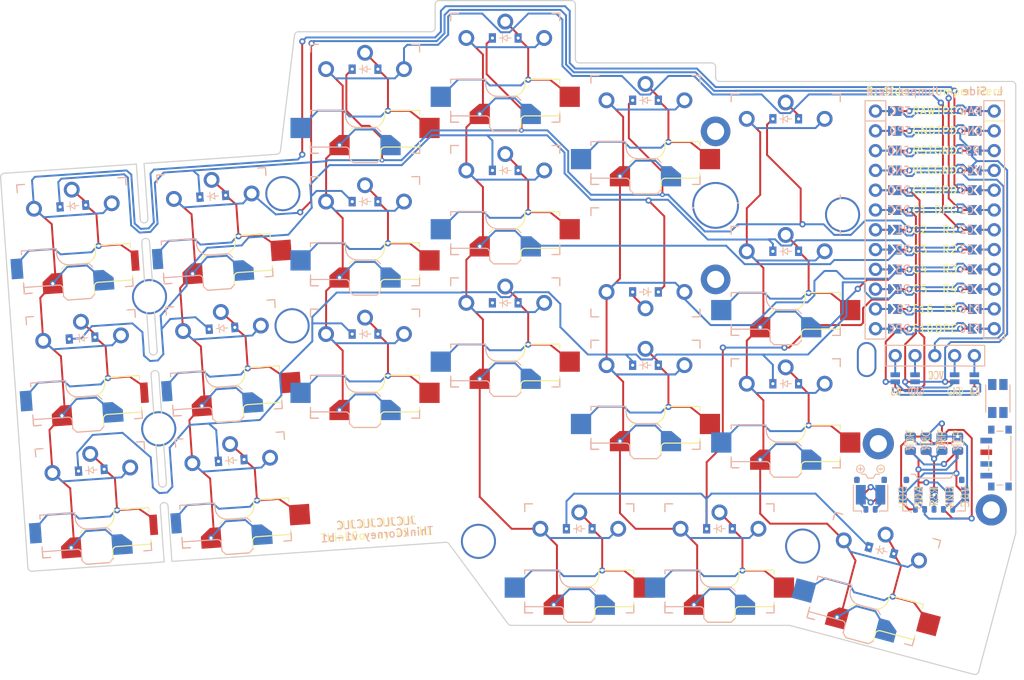
<source format=kicad_pcb>
(kicad_pcb (version 20221018) (generator pcbnew)
  (title_block (title "think_corney") (rev "v1-b1") (company "@infused-kim"))
  (layers (0 "F.Cu" signal) (31 "B.Cu" signal) (34 "B.Paste" user) (35 "F.Paste" user) (36 "B.SilkS" user "B.Silkscreen") (37 "F.SilkS" user "F.Silkscreen") (38 "B.Mask" user) (39 "F.Mask" user) (44 "Edge.Cuts" user))
  (net 0 "")
  (net 1 "RAW")
  (net 2 "GND")
  (net 3 "RST")
  (net 4 "VCC")
  (net 5 "C0")
  (net 6 "C1")
  (net 7 "C2")
  (net 8 "C3")
  (net 9 "C4")
  (net 10 "C5")
  (net 11 "F16")
  (net 12 "F10")
  (net 13 "TPC")
  (net 14 "TPD")
  (net 15 "DPD")
  (net 16 "DPC")
  (net 17 "R1")
  (net 18 "R2")
  (net 19 "R3")
  (net 20 "R4")
  (net 21 "F8")
  (net 22 "DPE")
  (net 23 "MCU1_24")
  (net 24 "MCU1_1")
  (net 25 "MCU1_23")
  (net 26 "MCU1_2")
  (net 27 "MCU1_22")
  (net 28 "MCU1_3")
  (net 29 "MCU1_21")
  (net 30 "MCU1_4")
  (net 31 "MCU1_20")
  (net 32 "MCU1_5")
  (net 33 "MCU1_19")
  (net 34 "MCU1_6")
  (net 35 "MCU1_18")
  (net 36 "MCU1_7")
  (net 37 "MCU1_17")
  (net 38 "MCU1_8")
  (net 39 "MCU1_16")
  (net 40 "MCU1_9")
  (net 41 "MCU1_15")
  (net 42 "MCU1_10")
  (net 43 "MCU1_14")
  (net 44 "MCU1_11")
  (net 45 "MCU1_13")
  (net 46 "MCU1_12")
  (net 47 "ring_bottom")
  (net 48 "ring_home")
  (net 49 "ring_top")
  (net 50 "middle_bottom")
  (net 51 "middle_home")
  (net 52 "middle_top")
  (net 53 "index_bottom")
  (net 54 "inner_bottom")
  (net 55 "outer_cluster")
  (net 56 "home_cluster")
  (net 57 "inner_cluster")
  (net 58 "outer_bottom")
  (net 59 "outer_home")
  (net 60 "outer_top")
  (net 61 "pinky_bottom")
  (net 62 "pinky_home")
  (net 63 "pinky_top")
  (net 64 "index_top")
  (net 65 "index_home")
  (net 66 "inner_top")
  (net 67 "inner_home")
  (net 68 "DISP1_1")
  (net 69 "DISP1_2")
  (net 70 "DISP1_4")
  (net 71 "DISP1_5")
  (net 72 "BAT_P")
  (net 73 "TPR")
  (footprint "ComboDiode" (layer "F.Cu") (at -109.456894 14.445362 4)
    (fp_text reference "D2" hide)
    (fp_text value "" hide)
  )
  (footprint "nice_nano" (layer "F.Cu") (at 0 -2)
    (fp_text reference "MCU1" hide)
    (fp_text value "")
  )
  (footprint "ComboDiode" (layer "F.Cu") (at -19.14 -13.7)
    (fp_text reference "D20" hide)
    (fp_text value "" hide)
  )
  (footprint "point_debugger" (layer "F.Cu") (at -10.039962 53.58037 -15)
    (fp_text reference "P29\"" hide)
    (fp_text value "")
  )
  (footprint "point_debugger" (layer "F.Cu") (at -8.25 34.55)
    (fp_text reference "P35\"" hide)
    (fp_text value "")
  )
  (footprint "point_debugger" (layer "F.Cu") (at 8.34 29.85)
    (fp_text reference "P37\"" hide)
    (fp_text value "")
  )
  (footprint "PG1350" (layer "F.Cu") (at -109.191819 18.236105 -176)
    (fp_text reference "S13" hide)
    (fp_text value "")
  )
  (footprint "point_debugger" (layer "F.Cu") (at -28.14 -2.59)
    (fp_text reference "P39\"" hide)
    (fp_text value "")
  )
  (footprint "point_debugger" (layer "F.Cu") (at -19.14 7.1)
    (fp_text reference "P17\"" hide)
    (fp_text value "")
  )
  (footprint "PG1350" (layer "F.Cu") (at -55.14 13.72 180)
    (fp_text reference "S4" hide)
    (fp_text value "")
  )
  (footprint "point_debugger" (layer "F.Cu") (at -99.620813 26.087591 4)
    (fp_text reference "P44\"" hide)
    (fp_text value "")
  )
  (footprint "ComboDiode" (layer "F.Cu") (at -45.64 38.92)
    (fp_text reference "D15" hide)
    (fp_text value "" hide)
  )
  (footprint "smd_805" (layer "F.Cu") (at -0.1 28 180)
    (fp_text reference "SMD1" hide)
    (fp_text value "")
  )
  (footprint "power_switch" (layer "F.Cu") (at 8.34 29.85)
    (fp_text reference "SW1" hide)
    (fp_text value "")
  )
  (footprint "point_debugger" (layer "F.Cu") (at 10.39 34.5)
    (fp_text reference "P26\"" hide)
    (fp_text value "")
  )
  (footprint "point_debugger" (layer "F.Cu") (at -19.14 -9.9)
    (fp_text reference "P18\"" hide)
    (fp_text value "")
  )
  (footprint "sw_reset_side" (layer "F.Cu") (at 8.09 22.2)
    (fp_text reference "SW2" hide)
    (fp_text value "")
  )
  (footprint "ComboDiode" (layer "F.Cu") (at -110.642754 -2.513227 4)
    (fp_text reference "D3" hide)
    (fp_text value "" hide)
  )
  (footprint "PG1350" (layer "F.Cu") (at -91.235666 16.980489 -176)
    (fp_text reference "S16" hide)
    (fp_text value "")
  )
  (footprint "PG1350" (layer "F.Cu") (at -73.14 17.72 180)
    (fp_text reference "S1" hide)
    (fp_text value "")
  )
  (footprint "point_debugger" (layer "F.Cu") (at 7.25 36.5)
    (fp_text reference "P24\"" hide)
    (fp_text value "")
  )
  (footprint "ComboDiode" (layer "F.Cu") (at -92.686601 -3.768844 4)
    (fp_text reference "D6" hide)
    (fp_text value "" hide)
  )
  (footprint "point_debugger" (layer "F.Cu") (at -11.84 -1.4)
    (fp_text reference "P47\"" hide)
    (fp_text value "")
  )
  (footprint "pads" (layer "F.Cu") (at -0.1 34.55 180)
    (fp_text reference "PAD2" hide)
    (fp_text value "")
  )
  (footprint "point_debugger" (layer "F.Cu") (at -71.605358 39.666409 4)
    (fp_text reference "P42\"" hide)
    (fp_text value "")
  )
  (footprint "point_debugger" (layer "F.Cu") (at -54.64 40.534947)
    (fp_text reference "P32\"" hide)
    (fp_text value "")
  )
  (footprint "point_debugger" (layer "F.Cu") (at -8.75 17.2)
    (fp_text reference "P34\"" hide)
    (fp_text value "")
  )
  (footprint "point_debugger" (layer "F.Cu") (at 10.39 -18.5)
    (fp_text reference "P25\"" hide)
    (fp_text value "")
  )
  (footprint "mounting_hole" (layer "F.Cu") (at -100.806673 9.129002 4)
    (fp_text reference "H2" hide)
    (fp_text value "")
  )
  (footprint "point_debugger" (layer "F.Cu") (at -0.1 28)
    (fp_text reference "P41\"" hide)
    (fp_text value "")
  )
  (footprint "point_debugger" (layer "F.Cu") (at -62.522647 40.534947)
    (fp_text reference "P31\"" hide)
    (fp_text value "")
  )
  (footprint "PG1350" (layer "F.Cu") (at -92.421526 0.0219 -176)
    (fp_text reference "S17" hide)
    (fp_text value "")
  )
  (footprint "ComboDiode" (layer "F.Cu") (at -37.14 8.52 180)
    (fp_text reference "D19" hide)
    (fp_text value "" hide)
  )
  (footprint "conn_molex_pico_ezmate_1x02" (layer "F.Cu") (at -8.25 34.55 180)
    (fp_text reference "CONN1" hide)
    (fp_text value "")
  )
  (footprint "PG1350" (layer "F.Cu") (at -19.14 24.1 180)
    (fp_text reference "S8" hide)
    (fp_text value "")
  )
  (footprint "mounting_hole" (layer "F.Cu") (at 7.25 36.5)
    (fp_text reference "H10" hide)
    (fp_text value "")
  )
  (footprint "point_debugger" (layer "F.Cu") (at -55.14 -3.28)
    (fp_text reference "P11\"" hide)
    (fp_text value "")
  )
  (footprint "point_debugger" (layer "F.Cu") (at -37.14 21.72)
    (fp_text reference "P13\"" hide)
    (fp_text value "")
  )
  (footprint "point_debugger" (layer "F.Cu") (at -7.25 28)
    (fp_text reference "P23\"" hide)
    (fp_text value "")
  )
  (footprint "point_debugger" (layer "F.Cu") (at -73.14 17.72)
    (fp_text reference "P7\"" hide)
    (fp_text value "")
  )
  (footprint "point_debugger" (layer "F.Cu") (at -16.963543 41.147223 -15)
    (fp_text reference "P49\"" hide)
    (fp_text value "")
  )
  (footprint "ComboDiode" (layer "F.Cu") (at -73.14 -3.08)
    (fp_text reference "D8" hide)
    (fp_text value "" hide)
  )
  (footprint "PG1350" (layer "F.Cu") (at -55.14 -20.28 180)
    (fp_text reference "S6" hide)
    (fp_text value "")
  )
  (footprint "PG1350" (layer "F.Cu") (at -110.377679 1.277516 -176)
    (fp_text reference "S14" hide)
    (fp_text value "")
  )
  (footprint "trackpoint_mount_t430" (layer "F.Cu") (at -28.14 -2.59)
    (fp_text reference "TP1" hide)
    (fp_text value "")
  )
  (footprint "point_debugger" (layer "F.Cu") (at -45.64 42.72)
    (fp_text reference "P19\"" hide)
    (fp_text value "")
  )
  (footprint "ComboDiode" (layer "F.Cu") (at -108.271034 31.403951 4)
    (fp_text reference "D1" hide)
    (fp_text value "" hide)
  )
  (footprint "ComboDiode" (layer "F.Cu") (at -6.856488 41.699482 -15)
    (fp_text reference "D17" hide)
    (fp_text value "" hide)
  )
  (footprint "mounting_hole" (layer "F.Cu") (at -8.75 17.2)
    (fp_text reference "H1" hide)
    (fp_text value "")
  )
  (footprint "point_debugger" (layer "F.Cu") (at 10.39 39.489002)
    (fp_text reference "P28\"" hide)
    (fp_text value "")
  )
  (footprint "point_debugger" (layer "F.Cu") (at -100.806673 9.129002 4)
    (fp_text reference "P43\"" hide)
    (fp_text value "")
  )
  (footprint "point_debugger" (layer "F.Cu") (at -27.64 42.72)
    (fp_text reference "P20\"" hide)
    (fp_text value "")
  )
  (footprint "ComboDiode" (layer "F.Cu") (at -90.314881 30.148334 4)
    (fp_text reference "D4" hide)
    (fp_text value "" hide)
  )
  (footprint "point_debugger" (layer "F.Cu") (at -73.14 -16.28)
    (fp_text reference "P9\"" hide)
    (fp_text value "")
  )
  (footprint "point_debugger" (layer "F.Cu") (at -73.14 0.72)
    (fp_text reference "P8\"" hide)
    (fp_text value "")
  )
  (footprint "PG1350" (layer "F.Cu") (at -108.005959 35.194694 -176)
    (fp_text reference "S12" hide)
    (fp_text value "")
  )
  (footprint "PG1350" (layer "F.Cu") (at -55.14 -3.28 180)
    (fp_text reference "S5" hide)
    (fp_text value "")
  )
  (footprint "ComboDiode" (layer "F.Cu") (at -37.14 17.92)
    (fp_text reference "D13" hide)
    (fp_text value "" hide)
  )
  (footprint "PG1350" (layer "F.Cu") (at -19.14 -9.9)
    (fp_text reference "S20" hide)
    (fp_text value "")
  )
  (footprint "point_debugger" (layer "F.Cu") (at -55.14 -20.28)
    (fp_text reference "P12\"" hide)
    (fp_text value "")
  )
  (footprint "ComboDiode" (layer "F.Cu") (at -55.14 -24.08)
    (fp_text reference "D12" hide)
    (fp_text value "" hide)
  )
  (footprint "point_debugger" (layer "F.Cu") (at -37.14 4.72)
    (fp_text reference "P14\"" hide)
    (fp_text value "")
  )
  (footprint "PG1350" (layer "F.Cu") (at -19.14 7.1 180)
    (fp_text reference "S21" hide)
    (fp_text value "")
  )
  (footprint "point_debugger" (layer "F.Cu") (at 8.09 22.2)
    (fp_text reference "P38\"" hide)
    (fp_text value "")
  )
  (footprint "point_debugger" (layer "F.Cu") (at -110.377679 1.277516 4)
    (fp_text reference "P3\"" hide)
    (fp_text value "")
  )
  (footprint "point_debugger" (layer "F.Cu") (at -8.25 34.55)
    (fp_text reference "P36\"" hide)
    (fp_text value "")
  )
  (footprint "point_debugger" (layer "F.Cu") (at -109.191819 18.236105 4)
    (fp_text reference "P2\"" hide)
    (fp_text value "")
  )
  (footprint "mounting_hole" (layer "F.Cu") (at -58.581323 40.534947)
    (fp_text reference "H7" hide)
    (fp_text value "")
  )
  (footprint "point_debugger" (layer "F.Cu") (at -108.005959 35.194694 4)
    (fp_text reference "P1\"" hide)
    (fp_text value "")
  )
  (footprint "ComboDiode" (layer "F.Cu") (at -73.14 -20.08)
    (fp_text reference "D9" hide)
    (fp_text value "" hide)
  )
  (footprint "point_debugger" (layer "F.Cu") (at -83.687597 -4.097383 4)
    (fp_text reference "P45\"" hide)
    (fp_text value "")
  )
  (footprint "ComboDiode" (layer "F.Cu") (at -73.14 13.92)
    (fp_text reference "D7" hide)
    (fp_text value "" hide)
  )
  (footprint "nice!view" (layer "F.Cu") (at 0 0)
    (fp_text reference "DISP1" hide)
    (fp_text value "")
  )
  (footprint "point_debugger" (layer "F.Cu") (at -90.049806 33.939078 4)
    (fp_text reference "P4\"" hide)
    (fp_text value "")
  )
  (footprint "mounting_hole" (layer "F.Cu") (at -83.687597 -4.097383 4)
    (fp_text reference "H4" hide)
    (fp_text value "")
  )
  (footprint "PG1350" (layer "F.Cu") (at -7.84 45.37 165)
    (fp_text reference "S11" hide)
    (fp_text value "")
  )
  (footprint "PG1350" (layer "F.Cu") (at -90.049806 33.939078 -176)
    (fp_text reference "S15" hide)
    (fp_text value "")
  )
  (footprint "point_debugger" (layer "F.Cu") (at -37.14 -12.28)
    (fp_text reference "P15\"" hide)
    (fp_text value "")
  )
  (footprint "ComboDiode" (layer "F.Cu") (at -37.14 -16.08)
    (fp_text reference "D18" hide)
    (fp_text value "" hide)
  )
  (footprint "mounting_hole" (layer "F.Cu") (at -99.620813 26.087591 4)
    (fp_text reference "H3" hide)
    (fp_text value "")
  )
  (footprint "point_debugger" (layer "F.Cu") (at 5.49861 57.743918)
    (fp_text reference "P30\"" hide)
    (fp_text value "")
  )
  (footprint "point_debugger" (layer "F.Cu") (at -7.84 45.37 -15)
    (fp_text reference "P21\"" hide)
    (fp_text value "")
  )
  (footprint "point_debugger" (layer "F.Cu") (at 0 0)
    (fp_text reference "P33\"" hide)
    (fp_text value "")
  )
  (footprint "PG1350" (layer "F.Cu") (at -37.14 -12.28 180)
    (fp_text reference "S18" hide)
    (fp_text value "")
  )
  (footprint "mounting_hole" (layer "F.Cu") (at -7.25 28)
    (fp_text reference "H9" hide)
    (fp_text value "")
  )
  (footprint "mounting_hole" (layer "F.Cu") (at -11.84 -1.4)
    (fp_text reference "H6" hide)
    (fp_text value "")
  )
  (footprint "ComboDiode" (layer "F.Cu") (at -19.14 20.3)
    (fp_text reference "D14" hide)
    (fp_text value "" hide)
  )
  (footprint "PG1350" (layer "F.Cu") (at -27.64 42.72 180)
    (fp_text reference "S10" hide)
    (fp_text value "")
  )
  (footprint "PG1350" (layer "F.Cu") (at -45.64 42.72 180)
    (fp_text reference "S9" hide)
    (fp_text value "")
  )
  (footprint "point_debugger" (layer "F.Cu") (at -92.421526 0.0219 4)
    (fp_text reference "P6\"" hide)
    (fp_text value "")
  )
  (footprint "ComboDiode" (layer "F.Cu") (at -19.14 3.3)
    (fp_text reference "D21" hide)
    (fp_text value "" hide)
  )
  (footprint "point_debugger" (layer "F.Cu") (at -19.14 24.1)
    (fp_text reference "P16\"" hide)
    (fp_text value "")
  )
  (footprint "ComboDiode" (layer "F.Cu") (at -91.500741 13.189745 4)
    (fp_text reference "D5" hide)
    (fp_text value "" hide)
  )
  (footprint "point_debugger" (layer "F.Cu") (at -91.235666 16.980489 4)
    (fp_text reference "P5\"" hide)
    (fp_text value "")
  )
  (footprint "ComboDiode" (layer "F.Cu") (at -55.14 -7.08)
    (fp_text reference "D11" hide)
    (fp_text value "" hide)
  )
  (footprint "point_debugger" (layer "F.Cu") (at -0.1 34.55)
    (fp_text reference "P40\"" hide)
    (fp_text value "")
  )
  (footprint "point_debugger" (layer "F.Cu") (at -55.14 13.72)
    (fp_text reference "P10\"" hide)
    (fp_text value "")
  )
  (footprint "icon_bat" (layer "F.Cu") (at -8.25 31.25 180)
    (fp_text reference "ICON1" hide)
    (fp_text value "")
  )
  (footprint "PG1350" (layer "F.Cu") (at -37.14 21.72 180)
    (fp_text reference "S7" hide)
    (fp_text value "")
  )
  (footprint "PG1350" (layer "F.Cu") (at -37.14 4.72 180)
    (fp_text reference "S19" hide)
    (fp_text value "")
  )
  (footprint "point_debugger" (layer "F.Cu") (at -82.501737 12.861206 4)
    (fp_text reference "P46\"" hide)
    (fp_text value "")
  )
  (footprint "PG1350" (layer "F.Cu") (at -73.14 0.72 180)
    (fp_text reference "S2" hide)
    (fp_text value "")
  )
  (footprint "ComboDiode" (layer "F.Cu") (at -27.64 38.92)
    (fp_text reference "D16" hide)
    (fp_text value "" hide)
  )
  (footprint "mounting_hole" (layer "F.Cu") (at -82.501737 12.861206 4)
    (fp_text reference "H5" hide)
    (fp_text value "")
  )
  (footprint "conn_molex_pico_ezmate_1x05" (layer "F.Cu") (at -0.1 34.55 180)
    (fp_text reference "CONN2" hide)
    (fp_text value "")
  )
  (footprint "point_debugger" (layer "F.Cu") (at 10.39 39.489002 -15)
    (fp_text reference "P27\"" hide)
    (fp_text value "")
  )
  (footprint "point_debugger" (layer "F.Cu") (at 0 -2)
    (fp_text reference "P22\"" hide)
    (fp_text value "")
  )
  (footprint "pads" (layer "F.Cu") (at -8.25 34.55 180)
    (fp_text reference "PAD1" hide)
    (fp_text value "")
  )
  (footprint "ComboDiode" (layer "F.Cu") (at -55.14 9.92)
    (fp_text reference "D10" hide)
    (fp_text value "" hide)
  )
  (footprint "mounting_hole" (layer "F.Cu") (at -16.963543 41.147223 -15)
    (fp_text reference "H8" hide)
    (fp_text value "")
  )
  (footprint "point_debugger" (layer "F.Cu") (at -58.581323 40.534947)
    (fp_text reference "P48\"" hide)
    (fp_text value "")
  )
  (footprint "PG1350" (layer "F.Cu") (at -73.14 -16.28 180)
    (fp_text reference "S3" hide)
    (fp_text value "")
  )
  (gr_arc (start -99.42203 36.09811) (mid -98.958136 35.56442) (end -98.424466 36.028354) (stroke (width 0.15)) (layer "Edge.Cuts"))
  (gr_line (start -101.005455 -0.881516) (end -101.500726 -7.964221) (stroke (width 0.15)) (layer "Edge.Cuts"))
  (gr_arc (start -115.885346 44.366673) (mid -116.248275 44.245259) (end -116.419008 43.902769) (stroke (width 0.15)) (layer "Edge.Cuts"))
  (gr_arc (start -101.79375 2.180932) (mid -101.672307 1.818047) (end -101.329846 1.647272) (stroke (width 0.15)) (layer "Edge.Cuts"))
  (gr_line (start -83.99366 -9.594752) (end -82.193336 -24.440194) (stroke (width 0.15)) (layer "Edge.Cuts"))
  (gr_arc (start -64.14 -25.38) (mid -64.286451 -25.026465) (end -64.64 -24.88) (stroke (width 0.15)) (layer "Edge.Cuts"))
  (gr_line (start -46.14 -28.38) (end -46.14 -21.38) (stroke (width 0.15)) (layer "Edge.Cuts"))
  (gr_line (start -18.705394 51.32) (end -54.387526 51.32) (stroke (width 0.15)) (layer "Edge.Cuts"))
  (gr_arc (start -99.819595 16.077073) (mid -99.941006 16.440003) (end -100.283499 16.610733) (stroke (width 0.15)) (layer "Edge.Cuts"))
  (gr_line (start -98.633735 33.035661) (end -99.610326 19.069765) (stroke (width 0.15)) (layer "Edge.Cuts"))
  (gr_line (start -101.79375 2.180932) (end -100.817159 16.146829) (stroke (width 0.15)) (layer "Edge.Cuts"))
  (gr_line (start -27.64 -18.5) (end 9.89 -18.5) (stroke (width 0.15)) (layer "Edge.Cuts"))
  (gr_line (start -99.097639 33.569322) (end -99.097639 33.569322) (stroke (width 0.15)) (layer "Edge.Cuts"))
  (gr_line (start -64.14 -25.38) (end -64.14 -28.38) (stroke (width 0.15)) (layer "Edge.Cuts"))
  (gr_arc (start 5.627799 57.261775) (mid 5.39521 57.56518) (end 5.016249 57.615549) (stroke (width 0.15)) (layer "Edge.Cuts"))
  (gr_line (start -101.469359 -0.347856) (end -101.469359 -0.347856) (stroke (width 0.15)) (layer "Edge.Cuts"))
  (gr_line (start -100.283499 16.610733) (end -100.283499 16.610733) (stroke (width 0.15)) (layer "Edge.Cuts"))
  (gr_arc (start -100.283499 16.610733) (mid -100.646382 16.489296) (end -100.817159 16.146829) (stroke (width 0.15)) (layer "Edge.Cuts"))
  (gr_line (start -99.42203 36.09811) (end -98.926764 43.180736) (stroke (width 0.15)) (layer "Edge.Cuts"))
  (gr_arc (start -45.64 -20.88) (mid -45.993529 -21.026461) (end -46.14 -21.38) (stroke (width 0.15)) (layer "Edge.Cuts"))
  (gr_arc (start -82.193336 -24.440195) (mid -82.028565 -24.754239) (end -81.696973 -24.88) (stroke (width 0.15)) (layer "Edge.Cuts"))
  (gr_arc (start -54.387526 51.32) (mid -54.612908 51.266339) (end -54.789884 51.11683) (stroke (width 0.15)) (layer "Edge.Cuts"))
  (gr_arc (start -18.705393 51.32) (mid -18.640551 51.324218) (end -18.576806 51.336818) (stroke (width 0.15)) (layer "Edge.Cuts"))
  (gr_line (start -116.419008 43.902769) (end -119.920783 -6.174944) (stroke (width 0.15)) (layer "Edge.Cuts"))
  (gr_line (start -98.926764 43.180736) (end -115.885346 44.366672) (stroke (width 0.15)) (layer "Edge.Cuts"))
  (gr_arc (start -83.99366 -9.594751) (mid -84.145561 -9.292482) (end -84.455145 -9.156164) (stroke (width 0.15)) (layer "Edge.Cuts"))
  (gr_line (start -119.456879 -6.708605) (end -102.49829 -7.894465) (stroke (width 0.15)) (layer "Edge.Cuts"))
  (gr_line (start -54.789884 51.11683) (end -62.35952 40.856068) (stroke (width 0.15)) (layer "Edge.Cuts"))
  (gr_line (start -28.14 -20.38) (end -28.14 -19) (stroke (width 0.15)) (layer "Edge.Cuts"))
  (gr_line (start -101.500726 -7.964221) (end -84.455145 -9.156164) (stroke (width 0.15)) (layer "Edge.Cuts"))
  (gr_line (start -81.696973 -24.88) (end -64.64 -24.88) (stroke (width 0.15)) (layer "Edge.Cuts"))
  (gr_arc (start 10.39 39.423175) (mid 10.385724 39.488439) (end 10.372963 39.552585) (stroke (width 0.15)) (layer "Edge.Cuts"))
  (gr_arc (start -98.633735 33.035662) (mid -98.755179 33.398553) (end -99.097639 33.569322) (stroke (width 0.15)) (layer "Edge.Cuts"))
  (gr_line (start -97.929201 43.110975) (end -98.424466 36.028353) (stroke (width 0.15)) (layer "Edge.Cuts"))
  (gr_line (start -10.14 -18.5) (end -10.14 -18.5) (stroke (width 0.15)) (layer "Edge.Cuts"))
  (gr_arc (start -28.64 -20.88) (mid -28.286422 -20.733568) (end -28.14 -20.38) (stroke (width 0.15)) (layer "Edge.Cuts"))
  (gr_arc (start -27.64 -18.5) (mid -27.993529 -18.646461) (end -28.14 -19) (stroke (width 0.15)) (layer "Edge.Cuts"))
  (gr_arc (start -62.796758 40.654116) (mid -62.552215 40.69897) (end -62.35952 40.856068) (stroke (width 0.15)) (layer "Edge.Cuts"))
  (gr_line (start 10.39 -18) (end 10.39 39.423176) (stroke (width 0.15)) (layer "Edge.Cuts"))
  (gr_line (start -100.60789 19.139521) (end -99.631299 33.105418) (stroke (width 0.15)) (layer "Edge.Cuts"))
  (gr_arc (start -100.60789 19.139521) (mid -100.486479 18.776597) (end -100.143986 18.605861) (stroke (width 0.15)) (layer "Edge.Cuts"))
  (gr_line (start 10.372963 39.552585) (end 5.627799 57.261776) (stroke (width 0.15)) (layer "Edge.Cuts"))
  (gr_arc (start 9.89 -18.5) (mid 10.243578 -18.353568) (end 10.39 -18) (stroke (width 0.15)) (layer "Edge.Cuts"))
  (gr_line (start -101.329846 1.647272) (end -101.329846 1.647272) (stroke (width 0.15)) (layer "Edge.Cuts"))
  (gr_line (start -63.64 -28.88) (end -46.64 -28.88) (stroke (width 0.15)) (layer "Edge.Cuts"))
  (gr_arc (start -99.097639 33.569322) (mid -99.460588 33.447914) (end -99.631299 33.105418) (stroke (width 0.15)) (layer "Edge.Cuts"))
  (gr_arc (start -119.920783 -6.174945) (mid -119.799351 -6.537855) (end -119.456879 -6.708605) (stroke (width 0.15)) (layer "Edge.Cuts"))
  (gr_line (start -102.49829 -7.894465) (end -102.003019 -0.81176) (stroke (width 0.15)) (layer "Edge.Cuts"))
  (gr_line (start -100.143986 18.605861) (end -100.143986 18.605861) (stroke (width 0.15)) (layer "Edge.Cuts"))
  (gr_arc (start -46.64 -28.88) (mid -46.286422 -28.733568) (end -46.14 -28.38) (stroke (width 0.15)) (layer "Edge.Cuts"))
  (gr_arc (start -101.005455 -0.881516) (mid -101.469379 -0.3478) (end -102.003019 -0.81176) (stroke (width 0.15)) (layer "Edge.Cuts"))
  (gr_arc (start -64.14 -28.38) (mid -63.993558 -28.733572) (end -63.64 -28.88) (stroke (width 0.15)) (layer "Edge.Cuts"))
  (gr_line (start 5.016249 57.615549) (end -18.576806 51.336818) (stroke (width 0.15)) (layer "Edge.Cuts"))
  (gr_line (start -62.796758 40.654116) (end -97.929201 43.110975) (stroke (width 0.15)) (layer "Edge.Cuts"))
  (gr_line (start -45.64 -20.88) (end -28.64 -20.88) (stroke (width 0.15)) (layer "Edge.Cuts"))
  (gr_line (start -98.958126 35.56445) (end -98.958126 35.56445) (stroke (width 0.15)) (layer "Edge.Cuts"))
  (gr_arc (start -101.329846 1.647272) (mid -100.96692 1.768693) (end -100.796186 2.111176) (stroke (width 0.15)) (layer "Edge.Cuts"))
  (gr_line (start -99.819595 16.077073) (end -100.796186 2.111176) (stroke (width 0.15)) (layer "Edge.Cuts"))
  (gr_arc (start -100.143986 18.605861) (mid -99.781062 18.727271) (end -99.610326 19.069765) (stroke (width 0.15)) (layer "Edge.Cuts"))
  (gr_text "ThinkCorney v1-b1" (at -71.605358 39.666409 4) (layer "B.SilkS") (effects (font (size 1 1)) (justify mirror)))
  (gr_text "JLCJLCJLCJLC" (at -71.709993 38.170063 4) (layer "B.SilkS") (effects (font (size 1 1)) (justify mirror)))
  (gr_text "ThinkCorney v1-b1" (at -71.605358 39.666409 4) (layer "F.SilkS") (effects (font (size 1 1))))
  (gr_text "JLCJLCJLCJLC" (at -71.709993 38.170063 4) (layer "F.SilkS") (effects (font (size 1 1))))
  (segment locked (start 4.774041 -14.695306) (end 3.264041 -14.695306) (width 0.25) (layer "F.Cu") (net 1))
  (segment locked (start -4.335959 -14.695306) (end -3.605959 -13.975306) (width 0.25) (layer "B.Cu") (net 1))
  (segment locked (start -2.535959 -14.355306) (end -2.535959 -14.365306) (width 0.25) (layer "B.Cu") (net 1))
  (segment locked (start -3.605959 -13.975306) (end -2.915959 -13.975306) (width 0.25) (layer "B.Cu") (net 1))
  (segment locked (start 3.014041 -14.445306) (end 3.264041 -14.695306) (width 0.25) (layer "B.Cu") (net 1))
  (segment locked (start -2.535959 -14.365306) (end -2.445959 -14.445306) (width 0.25) (layer "B.Cu") (net 1))
  (segment locked (start -2.445959 -14.445306) (end 3.014041 -14.445306) (width 0.25) (layer "B.Cu") (net 1))
  (segment locked (start -2.915959 -13.975306) (end -2.535959 -14.355306) (width 0.25) (layer "B.Cu") (net 1))
  (segment locked (start -4.775959 -14.695306) (end -4.335959 -14.695306) (width 0.25) (layer "B.Cu") (net 1))
  (segment locked (start 4.744041 27.294694) (end 3.684041 26.234694) (width 0.25) (layer "F.Cu") (net 2))
  (segment locked (start 0.914041 27.084694) (end 0.914041 25.424694) (width 0.25) (layer "F.Cu") (net 2))
  (segment locked (start -9.495959 34.554694) (end -9.495959 35.774694) (width 0.25) (layer "F.Cu") (net 2))
  (segment locked (start 1.904041 34.554694) (end 1.904041 35.624694) (width 0.25) (layer "F.Cu") (net 2))
  (segment locked (start 0.914041 25.424694) (end 0.904041 25.414694) (width 0.25) (layer "F.Cu") (net 2))
  (segment locked (start 1.904041 35.624694) (end 1.104041 36.424694) (width 0.25) (layer "F.Cu") (net 2))
  (segment locked (start -9.495959 34.554694) (end -9.195959 34.554694) (width 0.25) (layer "F.Cu") (net 2))
  (segment (start 1.320498 20.044694) (end 2.534694 20.044694) (width 0.25) (layer "F.Cu") (net 2))
  (segment locked (start 2.274041 37.594694) (end 4.724041 37.594694) (width 0.25) (layer "F.Cu") (net 2))
  (segment locked (start -9.495959 35.774694) (end -8.845959 36.424694) (width 0.25) (layer "F.Cu") (net 2))
  (segment locked (start 4.744041 37.574694) (end 4.744041 27.294694) (width 0.25) (layer "F.Cu") (net 2))
  (segment locked (start 3.684041 26.234694) (end 1.774041 26.234694) (width 0.25) (layer "F.Cu") (net 2))
  (segment locked (start -9.195959 34.554694) (end -8.225959 33.574694) (width 0.25) (layer "F.Cu") (net 2))
  (segment locked (start -4.775959 -7.075306) (end -3.265959 -7.075306) (width 0.25) (layer "F.Cu") (net 2))
  (segment locked (start 1.104041 36.424694) (end 2.274041 37.594694) (width 0.25) (layer "F.Cu") (net 2))
  (segment locked (start 4.724041 37.594694) (end 4.744041 37.574694) (width 0.25) (layer "F.Cu") (net 2))
  (segment locked (start 1.774041 26.234694) (end 0.914041 27.084694) (width 0.25) (layer "F.Cu") (net 2))
  (segment locked (start -4.775959 -9.615306) (end -3.265959 -9.615306) (width 0.25) (layer "F.Cu") (net 2))
  (segment locked (start 4.774041 -12.155306) (end 3.264041 -12.155306) (width 0.25) (layer "F.Cu") (net 2))
  (via locked (at -8.225959 33.574694) (size 0.8) (drill 0.4) (layers "F.Cu" "B.Cu") (net 2))
  (via (at 1.320498 20.044694) (size 0.8) (drill 0.4) (layers "F.Cu" "B.Cu") (net 2))
  (via locked (at 4.724041 37.594694) (size 0.8) (drill 0.4) (layers "F.Cu" "B.Cu") (net 2))
  (via locked (at 0.904041 25.414694) (size 0.8) (drill 0.4) (layers "F.Cu" "B.Cu") (net 2))
  (segment locked (start 2.914041 -7.805306) (end 2.434041 -7.325306) (width 0.25) (layer "B.Cu") (net 2))
  (segment (start 5.393735 -8.275) (end 4.775 -7.656265) (width 0.25) (layer "B.Cu") (net 2))
  (segment (start 8.259972 14.954694) (end 9.285 13.929666) (width 0.25) (layer "B.Cu") (net 2))
  (segment (start 2.044041 14.954694) (end 8.259972 14.954694) (width 0.25) (layer "B.Cu") (net 2))
  (segment locked (start 4.334041 -9.615306) (end 3.614041 -10.345306) (width 0.25) (layer "B.Cu") (net 2))
  (segment locked (start -2.535959 -11.825306) (end -2.445959 -11.905306) (width 0.25) (layer "B.Cu") (net 2))
  (segment locked (start -3.015959 -7.325306) (end -3.265959 -7.075306) (width 0.25) (layer "B.Cu") (net 2))
  (segment locked (start -2.095959 35.624694) (end -1.295959 36.424694) (width 0.25) (layer "B.Cu") (net 2))
  (segment locked (start -2.535959 -11.815306) (end -2.535959 -11.825306) (width 0.25) (layer "B.Cu") (net 2))
  (segment locked (start -2.915959 -11.435306) (end -2.535959 -11.815306) (width 0.25) (layer "B.Cu") (net 2))
  (segment locked (start -4.775959 -12.155306) (end -4.335959 -12.155306) (width 0.25) (layer "B.Cu") (net 2))
  (segment (start 1.320498 20.044694) (end 1.320498 15.678237) (width 0.25) (layer "B.Cu") (net 2))
  (segment (start 4.775 -8.893735) (end 4.775 -9.62) (width 0.25) (layer "B.Cu") (net 2))
  (segment locked (start -3.015959 -9.865306) (end -3.265959 -9.615306) (width 0.25) (layer "B.Cu") (net 2))
  (segment locked (start 3.614041 -7.805306) (end 2.914041 -7.805306) (width 0.25) (layer "B.Cu") (net 2))
  (segment locked (start -6.995959 34.554694) (end -6.995959 35.774694) (width 0.25) (layer "B.Cu") (net 2))
  (segment (start 4.775 -9.62) (end 3.262 -11.133) (width 0.25) (layer "B.Cu") (net 2))
  (segment locked (start 2.914041 -10.345306) (end 2.434041 -9.865306) (width 0.25) (layer "B.Cu") (net 2))
  (segment (start 1.315192 20.05) (end 1.320498 20.044694) (width 0.25) (layer "B.Cu") (net 2))
  (segment locked (start -6.995959 35.774694) (end -7.645959 36.424694) (width 0.25) (layer "B.Cu") (net 2))
  (segment locked (start -4.335959 -12.155306) (end -3.605959 -11.435306) (width 0.25) (layer "B.Cu") (net 2))
  (segment locked (start -2.445959 -11.905306) (end 3.014041 -11.905306) (width 0.25) (layer "B.Cu") (net 2))
  (segment locked (start -1.295959 36.424694) (end -1.295959 37.084694) (width 0.25) (layer "B.Cu") (net 2))
  (segment (start 8.114986 -8.275) (end 5.393735 -8.275) (width 0.25) (layer "B.Cu") (net 2))
  (segment locked (start 3.014041 -11.905306) (end 3.264041 -12.155306) (width 0.25) (layer "B.Cu") (net 2))
  (segment locked (start 2.434041 -7.325306) (end -3.015959 -7.325306) (width 0.25) (layer "B.Cu") (net 2))
  (segment locked (start 4.334041 -7.075306) (end 3.614041 -7.805306) (width 0.25) (layer "B.Cu") (net 2))
  (segment locked (start 3.614041 -10.345306) (end 2.914041 -10.345306) (width 0.25) (layer "B.Cu") (net 2))
  (segment locked (start 2.434041 -9.865306) (end -3.015959 -9.865306) (width 0.25) (layer "B.Cu") (net 2))
  (segment locked (start -2.095959 34.554694) (end -2.095959 35.624694) (width 0.25) (layer "B.Cu") (net 2))
  (segment (start 5.393735 -8.275) (end 4.775 -8.893735) (width 0.25) (layer "B.Cu") (net 2))
  (segment locked (start -8.225959 33.574694) (end -7.975959 33.574694) (width 0.25) (layer "B.Cu") (net 2))
  (segment locked (start 0.904041 25.414694) (end 0.564041 25.414694) (width 0.25) (layer "B.Cu") (net 2))
  (segment (start -2.54 20.05) (end 1.315192 20.05) (width 0.25) (layer "B.Cu") (net 2))
  (segment (start 4.775 -7.656265) (end 4.775 -7.08) (width 0.25) (layer "B.Cu") (net 2))
  (segment locked (start -7.975959 33.574694) (end -6.995959 34.554694) (width 0.25) (layer "B.Cu") (net 2))
  (segment locked (start 4.694041 37.624694) (end -0.755959 37.624694) (width 0.25) (layer "B.Cu") (net 2))
  (segment locked (start 4.774041 -7.075306) (end 4.334041 -7.075306) (width 0.25) (layer "B.Cu") (net 2))
  (segment locked (start 4.774041 -9.615306) (end 4.334041 -9.615306) (width 0.25) (layer "B.Cu") (net 2))
  (segment locked (start -3.605959 -11.435306) (end -2.915959 -11.435306) (width 0.25) (layer "B.Cu") (net 2))
  (segment locked (start 0.564041 25.414694) (end -1.115959 27.084694) (width 0.25) (layer "B.Cu") (net 2))
  (segment (start 9.285 -7.104986) (end 8.114986 -8.275) (width 0.25) (layer "B.Cu") (net 2))
  (segment (start 3.262 -11.133) (end 3.262 -12.16) (width 0.25) (layer "B.Cu") (net 2))
  (segment (start 9.285 13.929666) (end 9.285 -7.104986) (width 0.25) (layer "B.Cu") (net 2))
  (segment (start 1.320498 15.678237) (end 2.044041 14.954694) (width 0.25) (layer "B.Cu") (net 2))
  (segment locked (start -1.295959 37.084694) (end -0.755959 37.624694) (width 0.25) (layer "B.Cu") (net 2))
  (segment locked (start 4.774041 -9.615306) (end 3.264041 -9.615306) (width 0.25) (layer "F.Cu") (net 3))
  (segment locked (start -4.775959 -9.615306) (end -4.335959 -9.615306) (width 0.25) (layer "B.Cu") (net 3))
  (segment locked (start -2.535959 -9.285306) (end -2.445959 -9.365306) (width 0.25) (layer "B.Cu") (net 3))
  (segment locked (start -2.915959 -8.895306) (end -2.535959 -9.275306) (width 0.25) (layer "B.Cu") (net 3))
  (segment locked (start -2.535959 -9.275306) (end -2.535959 -9.285306) (width 0.25) (layer "B.Cu") (net 3))
  (segment locked (start 3.014041 -9.365306) (end 3.264041 -9.615306) (width 0.25) (layer "B.Cu") (net 3))
  (segment locked (start -3.605959 -8.895306) (end -2.915959 -8.895306) (width 0.25) (layer "B.Cu") (net 3))
  (segment locked (start -2.445959 -9.365306) (end 3.014041 -9.365306) (width 0.25) (layer "B.Cu") (net 3))
  (segment locked (start -4.335959 -9.615306) (end -3.605959 -8.895306) (width 0.25) (layer "B.Cu") (net 3))
  (segment locked (start -4.095959 35.674694) (end -3.345959 36.424694) (width 0.25) (layer "F.Cu") (net 4))
  (segment locked (start -0.275959 27.924694) (end 2.104041 27.924694) (width 0.25) (layer "F.Cu") (net 4))
  (segment locked (start -2.495959 36.424694) (end -3.345959 36.424694) (width 0.25) (layer "F.Cu") (net 4))
  (segment locked (start -3.135959 27.084694) (end -4.325959 28.274694) (width 0.25) (layer "F.Cu") (net 4))
  (segment locked (start -4.325959 28.274694) (end -4.325959 34.324694) (width 0.25) (layer "F.Cu") (net 4))
  (segment locked (start -4.095959 34.554694) (end -4.095959 35.674694) (width 0.25) (layer "F.Cu") (net 4))
  (segment locked (start -3.135959 27.084694) (end -1.115959 27.084694) (width 0.25) (layer "F.Cu") (net 4))
  (segment locked (start -1.115959 27.084694) (end -0.275959 27.924694) (width 0.25) (layer "F.Cu") (net 4))
  (segment locked (start 4.774041 -7.075306) (end 3.264041 -7.075306) (width 0.25) (layer "F.Cu") (net 4))
  (segment locked (start 2.104041 27.924694) (end 2.934041 27.084694) (width 0.25) (layer "F.Cu") (net 4))
  (via locked (at 2.934041 27.084694) (size 0.8) (drill 0.4) (layers "F.Cu" "B.Cu") (net 4))
  (segment locked (start -2.445959 -6.825306) (end 3.014041 -6.825306) (width 0.25) (layer "B.Cu") (net 4))
  (segment locked (start -0.075959 28.074694) (end 0.914041 27.084694) (width 0.25) (layer "B.Cu") (net 4))
  (segment (start 0.594041 14.484694) (end 8.065292 14.484694) (width 0.25) (layer "B.Cu") (net 4))
  (segment (start 8.065292 14.484694) (end 8.815 13.734986) (width 0.25) (layer "B.Cu") (net 4))
  (segment (start 4.354347 -5.885) (end 3.264041 -6.975306) (width 0.25) (layer "B.Cu") (net 4))
  (segment (start 7.964986 -5.885) (end 4.354347 -5.885) (width 0.25) (layer "B.Cu") (net 4))
  (segment locked (start 3.904041 34.554694) (end 4.144041 34.304694) (width 0.25) (layer "B.Cu") (net 4))
  (segment locked (start -2.535959 -6.735306) (end -2.535959 -6.745306) (width 0.25) (layer "B.Cu") (net 4))
  (segment locked (start 0.914041 27.084694) (end 2.934041 27.084694) (width 0.25) (layer "B.Cu") (net 4))
  (segment locked (start -4.775959 -7.075306) (end -4.335959 -7.075306) (width 0.25) (layer "B.Cu") (net 4))
  (segment (start 0 16.7) (end 0 15.078735) (width 0.25) (layer "B.Cu") (net 4))
  (segment (start 8.815 -5.034986) (end 7.964986 -5.885) (width 0.25) (layer "B.Cu") (net 4))
  (segment locked (start -2.145959 28.074694) (end -3.135959 27.084694) (width 0.25) (layer "B.Cu") (net 4))
  (segment locked (start -2.145959 28.074694) (end -0.075959 28.074694) (width 0.25) (layer "B.Cu") (net 4))
  (segment (start 8.815 13.734986) (end 8.815 -5.034986) (width 0.25) (layer "B.Cu") (net 4))
  (segment locked (start 4.124041 34.604694) (end 2.304041 36.424694) (width 0.25) (layer "B.Cu") (net 4))
  (segment locked (start -3.605959 -6.355306) (end -2.915959 -6.355306) (width 0.25) (layer "B.Cu") (net 4))
  (segment locked (start 4.144041 28.294694) (end 2.934041 27.084694) (width 0.25) (layer "B.Cu") (net 4))
  (segment locked (start 4.144041 34.304694) (end 4.144041 28.294694) (width 0.25) (layer "B.Cu") (net 4))
  (segment locked (start -2.915959 -6.355306) (end -2.535959 -6.735306) (width 0.25) (layer "B.Cu") (net 4))
  (segment locked (start -2.535959 -6.745306) (end -2.445959 -6.825306) (width 0.25) (layer "B.Cu") (net 4))
  (segment (start 0 15.078735) (end 0.594041 14.484694) (width 0.25) (layer "B.Cu") (net 4))
  (segment locked (start 3.014041 -6.825306) (end 3.264041 -7.075306) (width 0.25) (layer "B.Cu") (net 4))
  (segment locked (start -4.335959 -7.075306) (end -3.605959 -6.355306) (width 0.25) (layer "B.Cu") (net 4))
  (segment locked (start -110.485959 40.924694) (end -110.855959 41.354694) (width 0.25) (layer "F.Cu") (net 5))
  (segment locked (start -113.355959 -0.185306) (end -115.625959 -2.165306) (width 0.25) (layer "F.Cu") (net 5))
  (segment locked (start -112.175959 16.774694) (end -114.445959 14.794694) (width 0.25) (layer "F.Cu") (net 5))
  (segment locked (start -114.825959 9.284694) (end -114.445959 14.794694) (width 0.25) (layer "F.Cu") (net 5))
  (segment locked (start -81.205959 -23.625306) (end -81.205959 -9.115306) (width 0.25) (layer "F.Cu") (net 5))
  (segment locked (start 3.264041 -4.535306) (end 2.514041 -5.285306) (width 0.25) (layer "F.Cu") (net 5))
  (segment locked (start -111.665959 23.964694) (end -112.045959 24.404694) (width 0.25) (layer "F.Cu") (net 5))
  (segment locked (start 2.514041 -5.285306) (end 2.514041 -17.295306) (width 0.25) (layer "F.Cu") (net 5))
  (segment locked (start -112.045959 24.404694) (end -113.645959 26.244694) (width 0.25) (layer "F.Cu") (net 5))
  (segment locked (start -113.225959 7.444694) (end -114.825959 9.284694) (width 0.25) (layer "F.Cu") (net 5))
  (segment locked (start -112.175959 16.774694) (end -111.665959 23.964694) (width 0.25) (layer "F.Cu") (net 5))
  (segment locked (start 2.514041 -17.295306) (end 2.514041 -17.305306) (width 0.25) (layer "F.Cu") (net 5))
  (segment locked (start -110.985959 33.724694) (end -110.485959 40.924694) (width 0.25) (layer "F.Cu") (net 5))
  (segment locked (start -113.355959 -0.185306) (end -112.855959 7.004694) (width 0.25) (layer "F.Cu") (net 5))
  (segment locked (start 4.774041 -4.535306) (end 3.264041 -4.535306) (width 0.25) (layer "F.Cu") (net 5))
  (segment locked (start -112.855959 7.004694) (end -113.225959 7.444694) (width 0.25) (layer "F.Cu") (net 5))
  (segment locked (start -110.985959 33.724694) (end -113.255959 31.754694) (width 0.25) (layer "F.Cu") (net 5))
  (segment locked (start -113.645959 26.244694) (end -113.255959 31.754694) (width 0.25) (layer "F.Cu") (net 5))
  (via locked (at -110.855959 41.354694) (size 0.8) (drill 0.4) (layers "F.Cu" "B.Cu") (net 5))
  (via locked (at -81.185959 -23.635306) (size 0.8) (drill 0.4) (layers "F.Cu" "B.Cu") (net 5))
  (via locked (at -113.225959 7.444694) (size 0.8) (drill 0.4) (layers "F.Cu" "B.Cu") (net 5))
  (via locked (at -81.195959 -9.115306) (size 0.8) (drill 0.4) (layers "F.Cu" "B.Cu") (net 5))
  (via locked (at 2.514041 -17.305306) (size 0.8) (drill 0.4) (layers "F.Cu" "B.Cu") (net 5))
  (via locked (at -112.045959 24.404694) (size 0.8) (drill 0.4) (layers "F.Cu" "B.Cu") (net 5))
  (segment locked (start -46.865959 -20.865306) (end -46.865959 -27.555306) (width 0.25) (layer "B.Cu") (net 5))
  (segment locked (start -80.685959 -24.145306) (end -81.185959 -23.635306) (width 0.25) (layer "B.Cu") (net 5))
  (segment locked (start -105.505959 23.944694) (end -107.645959 22.084694) (width 0.25) (layer "B.Cu") (net 5))
  (segment locked (start -106.745959 -1.605306) (end -105.655959 -2.865306) (width 0.25) (layer "B.Cu") (net 5))
  (segment locked (start -115.885959 -5.825306) (end -115.515959 -6.255306) (width 0.25) (layer "B.Cu") (net 5))
  (segment locked (start -63.405959 -27.565306) (end -63.405959 -24.885306) (width 0.25) (layer "B.Cu") (net 5))
  (segment locked (start -107.645959 22.084694) (end -110.185959 22.264694) (width 0.25) (layer "B.Cu") (net 5))
  (segment locked (start -103.755959 -7.075306) (end -103.145959 -6.545306) (width 0.25) (layer "B.Cu") (net 5))
  (segment locked (start -104.325959 40.904694) (end -106.455959 39.044694) (width 0.25) (layer "B.Cu") (net 5))
  (segment locked (start -28.135959 -17.765306) (end -28.125959 -17.775306) (width 0.25) (layer "B.Cu") (net 5))
  (segment locked (start -113.185959 15.884694) (end -105.565959 15.354694) (width 0.25) (layer "B.Cu") (net 5))
  (segment locked (start -100.245959 -0.405306) (end -100.685959 -6.655306) (width 0.25) (layer "B.Cu") (net 5))
  (segment locked (start -3.605959 -3.815306) (end -2.915959 -3.815306) (width 0.25) (layer "B.Cu") (net 5))
  (segment locked (start -28.135959 -17.765306) (end -30.535959 -20.155306) (width 0.25) (layer "B.Cu") (net 5))
  (segment locked (start -81.745959 -8.485306) (end -81.195959 -9.115306) (width 0.25) (layer "B.Cu") (net 5))
  (segment locked (start -100.905959 0.354694) (end -100.245959 -0.405306) (width 0.25) (layer "B.Cu") (net 5))
  (segment locked (start -102.705959 -0.255306) (end -101.925959 0.424694) (width 0.25) (layer "B.Cu") (net 5))
  (segment locked (start -2.915959 -3.815306) (end -2.535959 -4.195306) (width 0.25) (layer "B.Cu") (net 5))
  (segment locked (start -104.375959 32.314694) (end -103.285959 31.054694) (width 0.25) (layer "B.Cu") (net 5))
  (segment locked (start -30.535959 -20.155306) (end -46.155959 -20.155306) (width 0.25) (layer "B.Cu") (net 5))
  (segment locked (start -46.865959 -27.555306) (end -47.455959 -28.155306) (width 0.25) (layer "B.Cu") (net 5))
  (segment locked (start -114.445959 14.794694) (end -113.185959 15.884694) (width 0.25) (layer "B.Cu") (net 5))
  (segment locked (start 2.044041 -17.775306) (end 2.514041 -17.305306) (width 0.25) (layer "B.Cu") (net 5))
  (segment locked (start -64.145959 -24.145306) (end -80.685959 -24.145306) (width 0.25) (layer "B.Cu") (net 5))
  (segment locked (start -2.535959 -4.205306) (end -2.445959 -4.285306) (width 0.25) (layer "B.Cu") (net 5))
  (segment locked (start -115.625959 -2.165306) (end -114.375959 -1.065306) (width 0.25) (layer "B.Cu") (net 5))
  (segment locked (start -62.815959 -28.155306) (end -63.405959 -27.565306) (width 0.25) (layer "B.Cu") (net 5))
  (segment locked (start -111.375959 5.304694) (end -113.225959 7.444694) (width 0.25) (layer "B.Cu") (net 5))
  (segment locked (start -101.925959 0.424694) (end -100.905959 0.354694) (width 0.25) (layer "B.Cu") (net 5))
  (segment locked (start -110.185959 22.264694) (end -112.045959 24.404694) (width 0.25) (layer "B.Cu") (net 5))
  (segment locked (start -100.225959 -7.185306) (end -81.745959 -8.485306) (width 0.25) (layer "B.Cu") (net 5))
  (segment locked (start -63.405959 -24.885306) (end -64.145959 -24.145306) (width 0.25) (layer "B.Cu") (net 5))
  (segment locked (start -113.255959 31.754694) (end -111.995959 32.844694) (width 0.25) (layer "B.Cu") (net 5))
  (segment locked (start -115.515959 -6.255306) (end -103.755959 -7.075306) (width 0.25) (layer "B.Cu") (net 5))
  (segment locked (start -4.775959 -4.535306) (end -4.335959 -4.535306) (width 0.25) (layer "B.Cu") (net 5))
  (segment locked (start -4.335959 -4.535306) (end -3.605959 -3.815306) (width 0.25) (layer "B.Cu") (net 5))
  (segment locked (start -2.445959 -4.285306) (end 3.014041 -4.285306) (width 0.25) (layer "B.Cu") (net 5))
  (segment locked (start -46.155959 -20.155306) (end -46.865959 -20.865306) (width 0.25) (layer "B.Cu") (net 5))
  (segment locked (start -28.125959 -17.775306) (end 2.044041 -17.775306) (width 0.25) (layer "B.Cu") (net 5))
  (segment locked (start -47.455959 -28.155306) (end -62.815959 -28.155306) (width 0.25) (layer "B.Cu") (net 5))
  (segment locked (start -100.685959 -6.655306) (end -100.225959 -7.185306) (width 0.25) (layer "B.Cu") (net 5))
  (segment locked (start -108.825959 5.124694) (end -111.375959 5.304694) (width 0.25) (layer "B.Cu") (net 5))
  (segment locked (start -111.995959 32.844694) (end -104.375959 32.314694) (width 0.25) (layer "B.Cu") (net 5))
  (segment locked (start 3.014041 -4.285306) (end 3.264041 -4.535306) (width 0.25) (layer "B.Cu") (net 5))
  (segment locked (start -106.455959 39.044694) (end -109.005959 39.224694) (width 0.25) (layer "B.Cu") (net 5))
  (segment locked (start -115.625959 -2.165306) (end -115.885959 -5.825306) (width 0.25) (layer "B.Cu") (net 5))
  (segment locked (start -2.535959 -4.195306) (end -2.535959 -4.205306) (width 0.25) (layer "B.Cu") (net 5))
  (segment locked (start -105.565959 15.354694) (end -104.465959 14.094694) (width 0.25) (layer "B.Cu") (net 5))
  (segment locked (start -114.375959 -1.065306) (end -106.745959 -1.605306) (width 0.25) (layer "B.Cu") (net 5))
  (segment locked (start -103.145959 -6.545306) (end -102.705959 -0.255306) (width 0.25) (layer "B.Cu") (net 5))
  (segment locked (start -106.695959 6.984694) (end -108.825959 5.124694) (width 0.25) (layer "B.Cu") (net 5))
  (segment locked (start -109.005959 39.224694) (end -110.855959 41.354694) (width 0.25) (layer "B.Cu") (net 5))
  (segment locked (start -80.005959 -23.395306) (end -80.065959 -23.335306) (width 0.25) (layer "F.Cu") (net 6))
  (segment locked (start -95.685959 24.984694) (end -95.305959 30.494694) (width 0.25) (layer "F.Cu") (net 6))
  (segment locked (start 1.784041 -3.475306) (end 3.264041 -1.995306) (width 0.25) (layer "F.Cu") (net 6))
  (segment locked (start -80.065959 -3.115306) (end -81.465959 -1.715306) (width 0.25) (layer "F.Cu") (net 6))
  (segment locked (start -93.715959 22.714694) (end -94.085959 23.144694) (width 0.25) (layer "F.Cu") (net 6))
  (segment locked (start -93.025959 32.474694) (end -95.305959 30.494694) (width 0.25) (layer "F.Cu") (net 6))
  (segment locked (start -95.405959 -1.445306) (end -94.895959 5.754694) (width 0.25) (layer "F.Cu") (net 6))
  (segment locked (start -96.875959 8.024694) (end -96.485959 13.534694) (width 0.25) (layer "F.Cu") (net 6))
  (segment locked (start -94.085959 23.144694) (end -95.685959 24.984694) (width 0.25) (layer "F.Cu") (net 6))
  (segment locked (start -95.275959 6.184694) (end -96.875959 8.024694) (width 0.25) (layer "F.Cu") (net 6))
  (segment locked (start -92.525959 39.674694) (end -92.905959 40.104694) (width 0.25) (layer "F.Cu") (net 6))
  (segment locked (start 1.784041 -16.335306) (end 1.774041 -16.345306) (width 0.25) (layer "F.Cu") (net 6))
  (segment locked (start 1.784041 -3.475306) (end 1.784041 -16.335306) (width 0.25) (layer "F.Cu") (net 6))
  (segment locked (start -94.215959 15.514694) (end -96.485959 13.534694) (width 0.25) (layer "F.Cu") (net 6))
  (segment locked (start -80.065959 -23.335306) (end -80.065959 -3.115306) (width 0.25) (layer "F.Cu") (net 6))
  (segment locked (start -93.025959 32.474694) (end -92.525959 39.674694) (width 0.25) (layer "F.Cu") (net 6))
  (segment locked (start -95.405959 -1.445306) (end -97.675959 -3.415306) (width 0.25) (layer "F.Cu") (net 6))
  (segment locked (start -94.895959 5.754694) (end -95.275959 6.184694) (width 0.25) (layer "F.Cu") (net 6))
  (segment locked (start 4.774041 -1.995306) (end 3.264041 -1.995306) (width 0.25) (layer "F.Cu") (net 6))
  (segment locked (start -94.215959 15.514694) (end -93.715959 22.714694) (width 0.25) (layer "F.Cu") (net 6))
  (via locked (at -81.465959 -1.715306) (size 0.8) (drill 0.4) (layers "F.Cu" "B.Cu") (net 6))
  (via locked (at -95.275959 6.184694) (size 0.8) (drill 0.4) (layers "F.Cu" "B.Cu") (net 6))
  (via locked (at -92.905959 40.104694) (size 0.8) (drill 0.4) (layers "F.Cu" "B.Cu") (net 6))
  (via locked (at -94.085959 23.144694) (size 0.8) (drill 0.4) (layers "F.Cu" "B.Cu") (net 6))
  (via locked (at 1.774041 -16.345306) (size 0.8) (drill 0.4) (layers "F.Cu" "B.Cu") (net 6))
  (via locked (at -80.005959 -23.395306) (size 0.8) (drill 0.4) (layers "F.Cu" "B.Cu") (net 6))
  (segment locked (start -62.935959 -24.685306) (end -63.945959 -23.675306) (width 0.25) (layer "B.Cu") (net 6))
  (segment locked (start 3.014041 -1.745306) (end 3.264041 -1.995306) (width 0.25) (layer "B.Cu") (net 6))
  (segment locked (start -2.535959 -1.665306) (end -2.445959 -1.745306) (width 0.25) (layer "B.Cu") (net 6))
  (segment locked (start -63.945959 -23.675306) (end -79.725959 -23.675306) (width 0.25) (layer "B.Cu") (net 6))
  (segment locked (start -96.485959 13.534694) (end -95.225959 14.634694) (width 0.25) (layer "B.Cu") (net 6))
  (segment locked (start -89.685959 20.834694) (end -92.235959 21.014694) (width 0.25) (layer "B.Cu") (net 6))
  (segment locked (start -62.275959 -27.685306) (end -62.935959 -27.025306) (width 0.25) (layer "B.Cu") (net 6))
  (segment locked (start 1.774041 -16.345306) (end 1.774041 -16.735306) (width 0.25) (layer "B.Cu") (net 6))
  (segment locked (start -47.335959 -20.675306) (end -47.335959 -26.975306) (width 0.25) (layer "B.Cu") (net 6))
  (segment locked (start -25.505959 -17.305306) (end -25.515959 -17.295306) (width 0.25) (layer "B.Cu") (net 6))
  (segment locked (start -87.605959 14.104694) (end -86.515959 12.844694) (width 0.25) (layer "B.Cu") (net 6))
  (segment locked (start -46.335959 -19.675306) (end -47.335959 -20.675306) (width 0.25) (layer "B.Cu") (net 6))
  (segment locked (start -88.505959 37.794694) (end -91.045959 37.964694) (width 0.25) (layer "B.Cu") (net 6))
  (segment locked (start -47.335959 -26.975306) (end -48.045959 -27.685306) (width 0.25) (layer "B.Cu") (net 6))
  (segment locked (start 1.774041 -16.735306) (end 1.204041 -17.305306) (width 0.25) (layer "B.Cu") (net 6))
  (segment locked (start -88.735959 5.724694) (end -90.875959 3.874694) (width 0.25) (layer "B.Cu") (net 6))
  (segment locked (start -79.725959 -23.675306) (end -80.005959 -23.395306) (width 0.25) (layer "B.Cu") (net 6))
  (segment locked (start -93.415959 4.054694) (end -95.275959 6.184694) (width 0.25) (layer "B.Cu") (net 6))
  (segment locked (start -84.605959 -1.435306) (end -81.395959 -1.655306) (width 0.25) (layer "B.Cu") (net 6))
  (segment locked (start -86.425959 31.054694) (end -85.325959 29.794694) (width 0.25) (layer "B.Cu") (net 6))
  (segment locked (start -94.045959 31.594694) (end -86.425959 31.054694) (width 0.25) (layer "B.Cu") (net 6))
  (segment locked (start -92.235959 21.014694) (end -94.085959 23.144694) (width 0.25) (layer "B.Cu") (net 6))
  (segment locked (start -48.045959 -27.685306) (end -62.275959 -27.685306) (width 0.25) (layer "B.Cu") (net 6))
  (segment locked (start -90.875959 3.874694) (end -93.415959 4.054694) (width 0.25) (layer "B.Cu") (net 6))
  (segment locked (start -87.695959 -4.115306) (end -84.605959 -1.435306) (width 0.25) (layer "B.Cu") (net 6))
  (segment locked (start -96.415959 -2.325306) (end -88.795959 -2.855306) (width 0.25) (layer "B.Cu") (net 6))
  (segment locked (start -91.045959 37.964694) (end -92.905959 40.104694) (width 0.25) (layer "B.Cu") (net 6))
  (segment locked (start -4.775959 -1.995306) (end -4.335959 -1.995306) (width 0.25) (layer "B.Cu") (net 6))
  (segment locked (start -62.935959 -27.025306) (end -62.935959 -24.685306) (width 0.25) (layer "B.Cu") (net 6))
  (segment locked (start -28.335959 -17.295306) (end -30.715959 -19.675306) (width 0.25) (layer "B.Cu") (net 6))
  (segment locked (start -95.305959 30.494694) (end -94.045959 31.594694) (width 0.25) (layer "B.Cu") (net 6))
  (segment locked (start -2.445959 -1.745306) (end 3.014041 -1.745306) (width 0.25) (layer "B.Cu") (net 6))
  (segment locked (start -25.515959 -17.295306) (end -28.335959 -17.295306) (width 0.25) (layer "B.Cu") (net 6))
  (segment locked (start 1.204041 -17.305306) (end -25.505959 -17.305306) (width 0.25) (layer "B.Cu") (net 6))
  (segment locked (start -30.715959 -19.675306) (end -46.335959 -19.675306) (width 0.25) (layer "B.Cu") (net 6))
  (segment locked (start -3.605959 -1.275306) (end -2.915959 -1.275306) (width 0.25) (layer "B.Cu") (net 6))
  (segment locked (start -87.555959 22.684694) (end -89.685959 20.834694) (width 0.25) (layer "B.Cu") (net 6))
  (segment locked (start -2.915959 -1.275306) (end -2.535959 -1.655306) (width 0.25) (layer "B.Cu") (net 6))
  (segment locked (start -86.365959 39.644694) (end -88.505959 37.794694) (width 0.25) (layer "B.Cu") (net 6))
  (segment locked (start -88.795959 -2.855306) (end -87.695959 -4.115306) (width 0.25) (layer "B.Cu") (net 6))
  (segment locked (start -97.675959 -3.415306) (end -96.415959 -2.325306) (width 0.25) (layer "B.Cu") (net 6))
  (segment locked (start -2.535959 -1.655306) (end -2.535959 -1.665306) (width 0.25) (layer "B.Cu") (net 6))
  (segment locked (start -95.225959 14.634694) (end -87.605959 14.104694) (width 0.25) (layer "B.Cu") (net 6))
  (segment locked (start -4.335959 -1.995306) (end -3.605959 -1.275306) (width 0.25) (layer "B.Cu") (net 6))
  (segment locked (start -76.005959 16.054694) (end -78.135959 13.924694) (width 0.25) (layer "F.Cu") (net 7))
  (segment locked (start -76.005959 6.264694) (end -76.415959 6.674694) (width 0.25) (layer "F.Cu") (net 7))
  (segment locked (start -76.005959 23.264694) (end -76.415959 23.674694) (width 0.25) (layer "F.Cu") (net 7))
  (segment locked (start -76.005959 16.054694) (end -76.005959 23.264694) (width 0.25) (layer "F.Cu") (net 7))
  (segment locked (start -78.135959 8.394694) (end -78.135959 13.924694) (width 0.25) (layer "F.Cu") (net 7))
  (segment locked (start -76.415959 -10.325306) (end -78.135959 -8.605306) (width 0.25) (layer "F.Cu") (net 7))
  (segment locked (start -76.005959 -17.945306) (end -78.135959 -20.075306) (width 0.25) (layer "F.Cu") (net 7))
  (segment locked (start 1.044041 -15.495306) (end 0.774041 -15.765306) (width 0.25) (layer "F.Cu") (net 7))
  (segment locked (start -76.005959 -0.945306) (end -78.135959 -3.075306) (width 0.25) (layer "F.Cu") (net 7))
  (segment locked (start -76.415959 6.674694) (end -78.135959 8.394694) (width 0.25) (layer "F.Cu") (net 7))
  (segment locked (start 4.774041 0.544694) (end 3.264041 0.544694) (width 0.25) (layer "F.Cu") (net 7))
  (segment locked (start -78.135959 -8.605306) (end -78.135959 -3.075306) (width 0.25) (layer "F.Cu") (net 7))
  (segment locked (start -76.005959 -17.945306) (end -76.005959 -10.735306) (width 0.25) (layer "F.Cu") (net 7))
  (segment locked (start 1.044041 -1.685306) (end 1.044041 -15.495306) (width 0.25) (layer "F.Cu") (net 7))
  (segment locked (start -76.005959 -0.945306) (end -76.005959 6.264694) (width 0.25) (layer "F.Cu") (net 7))
  (segment locked (start -76.005959 -10.735306) (end -76.415959 -10.325306) (width 0.25) (layer "F.Cu") (net 7))
  (segment locked (start 1.044041 -1.685306) (end 3.264041 0.544694) (width 0.25) (layer "F.Cu") (net 7))
  (via locked (at -76.415959 6.674694) (size 0.8) (drill 0.4) (layers "F.Cu" "B.Cu") (net 7))
  (via locked (at 0.774041 -15.765306) (size 0.8) (drill 0.4) (layers "F.Cu" "B.Cu") (net 7))
  (via locked (at -76.415959 -10.325306) (size 0.8) (drill 0.4) (layers "F.Cu" "B.Cu") (net 7))
  (via locked (at -76.415959 23.674694) (size 0.8) (drill 0.4) (layers "F.Cu" "B.Cu") (net 7))
  (segment locked (start -69.865959 23.674694) (end -71.865959 21.674694) (width 0.25) (layer "B.Cu") (net 7))
  (segment locked (start -28.525959 -16.825306) (end -30.905959 -19.205306) (width 0.25) (layer "B.Cu") (net 7))
  (segment locked (start -71.865959 4.674694) (end -74.415959 4.674694) (width 0.25) (layer "B.Cu") (net 7))
  (segment locked (start -78.135959 -20.075306) (end -76.955959 -18.895306) (width 0.25) (layer "B.Cu") (net 7))
  (segment locked (start -54.575959 -24.815306) (end -52.175959 -27.215306) (width 0.25) (layer "B.Cu") (net 7))
  (segment locked (start -23.135959 -16.825306) (end -28.525959 -16.825306) (width 0.25) (layer "B.Cu") (net 7))
  (segment locked (start -47.805959 -26.435306) (end -48.585959 -27.215306) (width 0.25) (layer "B.Cu") (net 7))
  (segment locked (start -62.075959 -27.215306) (end -58.095959 -27.215306) (width 0.25) (layer "B.Cu") (net 7))
  (segment locked (start -18.575959 -14.435306) (end -19.845959 -14.435306) (width 0.25) (layer "B.Cu") (net 7))
  (segment locked (start -74.415959 -12.325306) (end -76.415959 -10.325306) (width 0.25) (layer "B.Cu") (net 7))
  (segment locked (start -69.865959 6.674694) (end -71.865959 4.674694) (width 0.25) (layer "B.Cu") (net 7))
  (segment locked (start -16.175959 -16.835306) (end -18.575959 -14.435306) (width 0.25) (layer "B.Cu") (net 7))
  (segment locked (start 0.774041 -15.765306) (end -0.295959 -16.835306) (width 0.25) (layer "B.Cu") (net 7))
  (segment locked (start -71.865959 -12.325306) (end -74.415959 -12.325306) (width 0.25) (layer "B.Cu") (net 7))
  (segment locked (start -74.415959 4.674694) (end -76.415959 6.674694) (width 0.25) (layer "B.Cu") (net 7))
  (segment locked (start -71.865959 21.674694) (end -74.415959 21.674694) (width 0.25) (layer "B.Cu") (net 7))
  (segment locked (start -23.125959 -16.835306) (end -23.135959 -16.825306) (width 0.25) (layer "B.Cu") (net 7))
  (segment locked (start -58.095959 -27.215306) (end -55.705959 -24.815306) (width 0.25) (layer "B.Cu") (net 7))
  (segment locked (start -68.135959 -22.775306) (end -67.715959 -23.205306) (width 0.25) (layer "B.Cu") (net 7))
  (segment locked (start -76.955959 15.104694) (end -69.315959 15.104694) (width 0.25) (layer "B.Cu") (net 7))
  (segment locked (start -69.315959 -1.895306) (end -68.135959 -3.075306) (width 0.25) (layer "B.Cu") (net 7))
  (segment locked (start -4.335959 0.544694) (end -3.605959 1.264694) (width 0.25) (layer "B.Cu") (net 7))
  (segment locked (start -34.195959 -19.205306) (end -36.575959 -16.815306) (width 0.25) (layer "B.Cu") (net 7))
  (segment locked (start -4.775959 0.544694) (end -4.335959 0.544694) (width 0.25) (layer "B.Cu") (net 7))
  (segment locked (start -52.175959 -27.215306) (end -48.585959 -27.215306) (width 0.25) (layer "B.Cu") (net 7))
  (segment locked (start -62.465959 -26.835306) (end -62.075959 -27.215306) (width 0.25) (layer "B.Cu") (net 7))
  (segment locked (start -2.445959 0.794694) (end 3.014041 0.794694) (width 0.25) (layer "B.Cu") (net 7))
  (segment locked (start -78.135959 13.924694) (end -76.955959 15.104694) (width 0.25) (layer "B.Cu") (net 7))
  (segment locked (start -37.785959 -16.815306) (end -40.165959 -19.205306) (width 0.25) (layer "B.Cu") (net 7))
  (segment locked (start -74.415959 21.674694) (end -76.415959 23.674694) (width 0.25) (layer "B.Cu") (net 7))
  (segment locked (start -69.865959 -10.325306) (end -71.865959 -12.325306) (width 0.25) (layer "B.Cu") (net 7))
  (segment locked (start -76.955959 -18.895306) (end -69.315959 -18.895306) (width 0.25) (layer "B.Cu") (net 7))
  (segment locked (start -2.535959 0.884694) (end -2.535959 0.874694) (width 0.25) (layer "B.Cu") (net 7))
  (segment locked (start -68.135959 -20.075306) (end -68.135959 -22.775306) (width 0.25) (layer "B.Cu") (net 7))
  (segment locked (start -69.315959 -18.895306) (end -68.135959 -20.075306) (width 0.25) (layer "B.Cu") (net 7))
  (segment locked (start -67.715959 -23.205306) (end -63.755959 -23.205306) (width 0.25) (layer "B.Cu") (net 7))
  (segment locked (start -0.295959 -16.835306) (end -16.175959 -16.835306) (width 0.25) (layer "B.Cu") (net 7))
  (segment locked (start -22.235959 -16.835306) (end -23.125959 -16.835306) (width 0.25) (layer "B.Cu") (net 7))
  (segment locked (start -47.805959 -20.475306) (end -47.805959 -26.435306) (width 0.25) (layer "B.Cu") (net 7))
  (segment locked (start -3.605959 1.264694) (end -2.915959 1.264694) (width 0.25) (layer "B.Cu") (net 7))
  (segment locked (start -36.575959 -16.815306) (end -37.785959 -16.815306) (width 0.25) (layer "B.Cu") (net 7))
  (segment locked (start -78.135959 -3.075306) (end -76.955959 -1.895306) (width 0.25) (layer "B.Cu") (net 7))
  (segment locked (start -63.755959 -23.205306) (end -62.465959 -24.495306) (width 0.25) (layer "B.Cu") (net 7))
  (segment locked (start 3.014041 0.794694) (end 3.264041 0.544694) (width 0.25) (layer "B.Cu") (net 7))
  (segment locked (start -19.845959 -14.435306) (end -22.235959 -16.835306) (width 0.25) (layer "B.Cu") (net 7))
  (segment locked (start -46.525959 -19.205306) (end -47.805959 -20.475306) (width 0.25) (layer "B.Cu") (net 7))
  (segment locked (start -55.705959 -24.815306) (end -54.575959 -24.815306) (width 0.25) (layer "B.Cu") (net 7))
  (segment locked (start -40.165959 -19.205306) (end -46.525959 -19.205306) (width 0.25) (layer "B.Cu") (net 7))
  (segment locked (start -30.905959 -19.205306) (end -34.195959 -19.205306) (width 0.25) (layer "B.Cu") (net 7))
  (segment locked (start -76.955959 -1.895306) (end -69.315959 -1.895306) (width 0.25) (layer "B.Cu") (net 7))
  (segment locked (start -62.465959 -24.495306) (end -62.465959 -26.835306) (width 0.25) (layer "B.Cu") (net 7))
  (segment locked (start -2.915959 1.264694) (end -2.535959 0.884694) (width 0.25) (layer "B.Cu") (net 7))
  (segment locked (start -2.535959 0.874694) (end -2.445959 0.794694) (width 0.25) (layer "B.Cu") (net 7))
  (segment locked (start -69.315959 15.104694) (end -68.135959 13.924694) (width 0.25) (layer "B.Cu") (net 7))
  (segment locked (start -60.135959 -12.605306) (end -60.135959 -7.075306) (width 0.25) (layer "F.Cu") (net 8))
  (segment locked (start -58.005959 12.054694) (end -58.005959 19.264694) (width 0.25) (layer "F.Cu") (net 8))
  (segment locked (start -54.315959 38.924694) (end -50.635959 38.924694) (width 0.25) (layer "F.Cu") (net 8))
  (segment locked (start -48.505959 41.054694) (end -48.505959 48.264694) (width 0.25) (layer "F.Cu") (net 8))
  (segment locked (start -48.505959 48.264694) (end -48.915959 48.674694) (width 0.25) (layer "F.Cu") (net 8))
  (segment locked (start -58.005959 -21.945306) (end -58.005959 -14.735306) (width 0.25) (layer "F.Cu") (net 8))
  (segment locked (start -58.415959 2.674694) (end -60.135959 4.394694) (width 0.25) (layer "F.Cu") (net 8))
  (segment locked (start -58.005959 12.054694) (end -60.135959 9.924694) (width 0.25) (layer "F.Cu") (net 8))
  (segment locked (start -58.415959 -14.325306) (end -60.135959 -12.605306) (width 0.25) (layer "F.Cu") (net 8))
  (segment locked (start -58.005959 2.264694) (end -58.415959 2.674694) (width 0.25) (layer "F.Cu") (net 8))
  (segment locked (start -58.005959 -4.945306) (end -60.135959 -7.075306) (width 0.25) (layer "F.Cu") (net 8))
  (segment locked (start -58.005959 -14.735306) (end -58.415959 -14.325306) (width 0.25) (layer "F.Cu") (net 8))
  (segment locked (start -58.005959 -4.945306) (end -58.005959 2.264694) (width 0.25) (layer "F.Cu") (net 8))
  (segment locked (start -48.505959 41.054694) (end -50.635959 38.924694) (width 0.25) (layer "F.Cu") (net 8))
  (segment locked (start 4.774041 3.084694) (end 3.264041 3.084694) (width 0.25) (layer "F.Cu") (net 8))
  (segment locked (start -58.005959 -21.945306) (end -60.135959 -24.075306) (width 0.25) (layer "F.Cu") (net 8))
  (segment locked (start -58.415959 19.674694) (end -58.415959 34.824694) (width 0.25) (layer "F.Cu") (net 8))
  (segment locked (start -60.135959 4.394694) (end -60.135959 9.924694) (width 0.25) (layer "F.Cu") (net 8))
  (segment locked (start -58.415959 34.824694) (end -54.315959 38.924694) (width 0.25) (layer "F.Cu") (net 8))
  (segment locked (start -58.005959 19.264694) (end -58.415959 19.674694) (width 0.25) (layer "F.Cu") (net 8))
  (via locked (at -48.915959 48.674694) (size 0.8) (drill 0.4) (layers "F.Cu" "B.Cu") (net 8))
  (via locked (at -58.415959 2.674694) (size 0.8) (drill 0.4) (layers "F.Cu" "B.Cu") (net 8))
  (via locked (at -58.415959 19.674694) (size 0.8) (drill 0.4) (layers "F.Cu" "B.Cu") (net 8))
  (via locked (at -58.415959 -14.325306) (size 0.8) (drill 0.4) (layers "F.Cu" "B.Cu") (net 8))
  (segment locked (start -60.135959 9.924694) (end -58.955959 11.104694) (width 0.25) (layer "B.Cu") (net 8))
  (segment locked (start -2.445959 3.334694) (end 3.014041 3.334694) (width 0.25) (layer "B.Cu") (net 8))
  (segment locked (start -44.365959 46.674694) (end -46.915959 46.674694) (width 0.25) (layer "B.Cu") (net 8))
  (segment locked (start -51.775959 2.584694) (end -26.785959 2.584694) (width 0.25) (layer "B.Cu") (net 8))
  (segment locked (start -51.865959 19.674694) (end -53.865959 17.674694) (width 0.25) (layer "B.Cu") (net 8))
  (segment locked (start -51.865959 2.674694) (end -53.865959 0.674694) (width 0.25) (layer "B.Cu") (net 8))
  (segment locked (start -2.915959 3.804694) (end -2.535959 3.424694) (width 0.25) (layer "B.Cu") (net 8))
  (segment locked (start -53.865959 -16.325306) (end -56.415959 -16.325306) (width 0.25) (layer "B.Cu") (net 8))
  (segment locked (start -24.405959 4.954694) (end -13.435959 4.954694) (width 0.25) (layer "B.Cu") (net 8))
  (segment locked (start -3.605959 3.804694) (end -2.915959 3.804694) (width 0.25) (layer "B.Cu") (net 8))
  (segment locked (start -58.955959 -5.895306) (end -51.315959 -5.895306) (width 0.25) (layer "B.Cu") (net 8))
  (segment locked (start -26.785959 2.584694) (end -24.405959 4.954694) (width 0.25) (layer "B.Cu") (net 8))
  (segment locked (start -56.415959 0.674694) (end -58.415959 2.674694) (width 0.25) (layer "B.Cu") (net 8))
  (segment locked (start -51.315959 11.104694) (end -50.135959 9.924694) (width 0.25) (layer "B.Cu") (net 8))
  (segment locked (start -56.415959 -16.325306) (end -58.415959 -14.325306) (width 0.25) (layer "B.Cu") (net 8))
  (segment locked (start -5.985959 4.424694) (end -12.905959 4.424694) (width 0.25) (layer "B.Cu") (net 8))
  (segment locked (start -2.535959 3.424694) (end -2.535959 3.414694) (width 0.25) (layer "B.Cu") (net 8))
  (segment locked (start 3.014041 3.334694) (end 3.264041 3.084694) (width 0.25) (layer "B.Cu") (net 8))
  (segment locked (start -53.865959 0.674694) (end -56.415959 0.674694) (width 0.25) (layer "B.Cu") (net 8))
  (segment locked (start -46.915959 46.674694) (end -48.915959 48.674694) (width 0.25) (layer "B.Cu") (net 8))
  (segment locked (start -58.955959 -22.895306) (end -51.315959 -22.895306) (width 0.25) (layer "B.Cu") (net 8))
  (segment locked (start -60.135959 -24.075306) (end -58.955959 -22.895306) (width 0.25) (layer "B.Cu") (net 8))
  (segment locked (start -4.775959 3.214694) (end -5.985959 4.424694) (width 0.25) (layer "B.Cu") (net 8))
  (segment locked (start -53.865959 17.674694) (end -56.415959 17.674694) (width 0.25) (layer "B.Cu") (net 8))
  (segment locked (start -49.455959 40.104694) (end -41.815959 40.104694) (width 0.25) (layer "B.Cu") (net 8))
  (segment locked (start -2.535959 3.414694) (end -2.445959 3.334694) (width 0.25) (layer "B.Cu") (net 8))
  (segment locked (start -4.335959 3.084694) (end -3.605959 3.804694) (width 0.25) (layer "B.Cu") (net 8))
  (segment locked (start -50.635959 38.924694) (end -49.455959 40.104694) (width 0.25) (layer "B.Cu") (net 8))
  (segment locked (start -58.955959 11.104694) (end -51.315959 11.104694) (width 0.25) (layer "B.Cu") (net 8))
  (segment locked (start -13.435959 4.954694) (end -12.905959 4.424694) (width 0.25) (layer "B.Cu") (net 8))
  (segment locked (start -51.315959 -5.895306) (end -50.135959 -7.075306) (width 0.25) (layer "B.Cu") (net 8))
  (segment locked (start -4.775959 3.084694) (end -4.335959 3.084694) (width 0.25) (layer "B.Cu") (net 8))
  (segment locked (start -51.315959 -22.895306) (end -50.135959 -24.075306) (width 0.25) (layer "B.Cu") (net 8))
  (segment locked (start -42.365959 48.674694) (end -44.365959 46.674694) (width 0.25) (layer "B.Cu") (net 8))
  (segment locked (start -56.415959 17.674694) (end -58.415959 19.674694) (width 0.25) (layer "B.Cu") (net 8))
  (segment locked (start -41.815959 40.104694) (end -40.635959 38.924694) (width 0.25) (layer "B.Cu") (net 8))
  (segment locked (start -60.135959 -7.075306) (end -58.955959 -5.895306) (width 0.25) (layer "B.Cu") (net 8))
  (segment locked (start -51.865959 -14.325306) (end -53.865959 -16.325306) (width 0.25) (layer "B.Cu") (net 8))
  (segment locked (start -30.505959 48.264694) (end -30.915959 48.674694) (width 0.25) (layer "F.Cu") (net 9))
  (segment locked (start -42.135959 8.524694) (end -42.135959 17.924694) (width 0.25) (layer "F.Cu") (net 9))
  (segment locked (start -40.005959 27.264694) (end -40.415959 27.674694) (width 0.25) (layer "F.Cu") (net 9))
  (segment locked (start -40.005959 -13.945306) (end -42.135959 -16.075306) (width 0.25) (layer "F.Cu") (net 9))
  (segment locked (start -40.415959 36.914694) (end -38.405959 38.924694) (width 0.25) (layer "F.Cu") (net 9))
  (segment locked (start -40.415959 -6.325306) (end -40.415959 6.794694) (width 0.25) (layer "F.Cu") (net 9))
  (segment locked (start -38.405959 38.924694) (end -32.635959 38.924694) (width 0.25) (layer "F.Cu") (net 9))
  (segment locked (start -40.005959 20.054694) (end -42.135959 17.924694) (width 0.25) (layer "F.Cu") (net 9))
  (segment locked (start -40.415959 6.794694) (end -42.135959 8.524694) (width 0.25) (layer "F.Cu") (net 9))
  (segment locked (start -40.005959 -6.735306) (end -40.415959 -6.325306) (width 0.25) (layer "F.Cu") (net 9))
  (segment locked (start -40.005959 20.054694) (end -40.005959 27.264694) (width 0.25) (layer "F.Cu") (net 9))
  (segment locked (start -40.005959 -13.945306) (end -40.005959 -6.735306) (width 0.25) (layer "F.Cu") (net 9))
  (segment locked (start 4.774041 5.624694) (end 3.264041 5.624694) (width 0.25) (layer "F.Cu") (net 9))
  (segment locked (start -30.505959 41.054694) (end -30.505959 48.264694) (width 0.25) (layer "F.Cu") (net 9))
  (segment locked (start -40.415959 27.674694) (end -40.415959 36.914694) (width 0.25) (layer "F.Cu") (net 9))
  (segment locked (start -30.505959 41.054694) (end -32.635959 38.924694) (width 0.25) (layer "F.Cu") (net 9))
  (via locked (at -40.415959 27.674694) (size 0.8) (drill 0.4) (layers "F.Cu" "B.Cu") (net 9))
  (via locked (at -30.915959 48.674694) (size 0.8) (drill 0.4) (layers "F.Cu" "B.Cu") (net 9))
  (via locked (at -40.415959 -6.325306) (size 0.8) (drill 0.4) (layers "F.Cu" "B.Cu") (net 9))
  (segment locked (start -16.345959 9.854694) (end -15.455959 8.964694) (width 0.25) (layer "B.Cu") (net 9))
  (segment locked (start -5.835959 6.814694) (end -4.775959 5.754694) (width 0.25) (layer "B.Cu") (net 9))
  (segment locked (start -33.865959 27.674694) (end -35.865959 25.674694) (width 0.25) (layer "B.Cu") (net 9))
  (segment locked (start -35.865959 25.674694) (end -38.415959 25.674694) (width 0.25) (layer "B.Cu") (net 9))
  (segment locked (start -14.165959 5.824694) (end -12.615959 5.824694) (width 0.25) (layer "B.Cu") (net 9))
  (segment locked (start -38.415959 -8.325306) (end -40.415959 -6.325306) (width 0.25) (layer "B.Cu") (net 9))
  (segment locked (start -15.455959 7.104694) (end -14.165959 5.824694) (width 0.25) (layer "B.Cu") (net 9))
  (segment locked (start -2.535959 5.964694) (end -2.535959 5.954694) (width 0.25) (layer "B.Cu") (net 9))
  (segment locked (start -11.625959 6.814694) (end -5.835959 6.814694) (width 0.25) (layer "B.Cu") (net 9))
  (segment locked (start -40.955959 19.104694) (end -33.315959 19.104694) (width 0.25) (layer "B.Cu") (net 9))
  (segment locked (start -40.955959 -14.895306) (end -33.315959 -14.895306) (width 0.25) (layer "B.Cu") (net 9))
  (segment locked (start -28.775959 12.774694) (end -32.135959 9.414694) (width 0.25) (layer "B.Cu") (net 9))
  (segment locked (start -33.865959 -6.325306) (end -35.865959 -8.325306) (width 0.25) (layer "B.Cu") (net 9))
  (segment locked (start -42.135959 -16.075306) (end -40.955959 -14.895306) (width 0.25) (layer "B.Cu") (net 9))
  (segment locked (start -23.815959 40.104694) (end -22.635959 38.924694) (width 0.25) (layer "B.Cu") (net 9))
  (segment locked (start -38.415959 25.674694) (end -40.415959 27.674694) (width 0.25) (layer "B.Cu") (net 9))
  (segment locked (start -33.315959 -14.895306) (end -32.135959 -16.075306) (width 0.25) (layer "B.Cu") (net 9))
  (segment locked (start -31.455959 40.104694) (end -23.815959 40.104694) (width 0.25) (layer "B.Cu") (net 9))
  (segment locked (start -32.635959 38.924694) (end -31.455959 40.104694) (width 0.25) (layer "B.Cu") (net 9))
  (segment locked (start -28.915959 46.674694) (end -30.915959 48.674694) (width 0.25) (layer "B.Cu") (net 9))
  (segment locked (start -12.615959 5.824694) (end -11.625959 6.814694) (width 0.25) (layer "B.Cu") (net 9))
  (segment locked (start -3.605959 6.344694) (end -2.915959 6.344694) (width 0.25) (layer "B.Cu") (net 9))
  (segment locked (start -42.135959 17.924694) (end -40.955959 19.104694) (width 0.25) (layer "B.Cu") (net 9))
  (segment locked (start -4.775959 5.624694) (end -4.335959 5.624694) (width 0.25) (layer "B.Cu") (net 9))
  (segment locked (start -26.365959 46.674694) (end -28.915959 46.674694) (width 0.25) (layer "B.Cu") (net 9))
  (segment locked (start -4.335959 5.624694) (end -3.605959 6.344694) (width 0.25) (layer "B.Cu") (net 9))
  (segment locked (start -40.955959 19.104694) (end -33.315959 19.104694) (width 0.25) (layer "B.Cu") (net 9))
  (segment locked (start -33.315959 19.104694) (end -32.135959 17.924694) (width 0.25) (layer "B.Cu") (net 9))
  (segment locked (start -40.955959 7.344694) (end -42.135959 8.524694) (width 0.25) (layer "B.Cu") (net 9))
  (segment locked (start -15.455959 8.964694) (end -15.455959 7.104694) (width 0.25) (layer "B.Cu") (net 9))
  (segment locked (start -2.445959 5.874694) (end 3.014041 5.874694) (width 0.25) (layer "B.Cu") (net 9))
  (segment locked (start -35.865959 -8.325306) (end -38.415959 -8.325306) (width 0.25) (layer "B.Cu") (net 9))
  (segment locked (start -23.285959 12.774694) (end -20.365959 9.854694) (width 0.25) (layer "B.Cu") (net 9))
  (segment locked (start -24.365959 48.674694) (end -26.365959 46.674694) (width 0.25) (layer "B.Cu") (net 9))
  (segment locked (start -33.315959 7.344694) (end -40.955959 7.344694) (width 0.25) (layer "B.Cu") (net 9))
  (segment locked (start -20.365959 9.854694) (end -16.345959 9.854694) (width 0.25) (layer "B.Cu") (net 9))
  (segment locked (start -2.535959 5.954694) (end -2.445959 5.874694) (width 0.25) (layer "B.Cu") (net 9))
  (segment locked (start -32.135959 9.414694) (end -32.135959 8.524694) (width 0.25) (layer "B.Cu") (net 9))
  (segment locked (start -23.285959 12.774694) (end -28.775959 12.774694) (width 0.25) (layer "B.Cu") (net 9))
  (segment locked (start -32.135959 8.524694) (end -33.315959 7.344694) (width 0.25) (layer "B.Cu") (net 9))
  (segment locked (start -2.915959 6.344694) (end -2.535959 5.964694) (width 0.25) (layer "B.Cu") (net 9))
  (segment locked (start 3.014041 5.874694) (end 3.264041 5.624694) (width 0.25) (layer "B.Cu") (net 9))
  (segment locked (start -24.135959 -2.225306) (end -24.135959 3.304694) (width 0.25) (layer "F.Cu") (net 10))
  (segment locked (start -22.005959 29.644694) (end -22.415959 30.054694) (width 0.25) (layer "F.Cu") (net 10))
  (segment locked (start -22.415959 13.054694) (end -24.135959 14.774694) (width 0.25) (layer "F.Cu") (net 10))
  (segment locked (start -22.005959 22.434694) (end -22.005959 29.644694) (width 0.25) (layer "F.Cu") (net 10))
  (segment locked (start -10.175959 43.014694) (end -12.045959 49.984694) (width 0.25) (layer "F.Cu") (net 10))
  (segment locked (start -22.415959 -11.975306) (end -24.135959 -13.695306) (width 0.25) (layer "F.Cu") (net 10))
  (segment locked (start 4.774041 8.164694) (end 3.264041 8.164694) (width 0.25) (layer "F.Cu") (net 10))
  (segment locked (start -13.835959 38.264694) (end -11.685959 40.404694) (width 0.25) (layer "F.Cu") (net 10))
  (segment locked (start -22.005959 5.434694) (end -22.005959 12.644694) (width 0.25) (layer "F.Cu") (net 10))
  (segment locked (start -22.415959 -3.945306) (end -24.135959 -2.225306) (width 0.25) (layer "F.Cu") (net 10))
  (segment locked (start -21.135959 38.264694) (end -13.835959 38.264694) (width 0.25) (layer "F.Cu") (net 10))
  (segment locked (start -22.005959 5.434694) (end -24.135959 3.304694) (width 0.25) (layer "F.Cu") (net 10))
  (segment locked (start -22.415959 30.054694) (end -22.415959 36.984694) (width 0.25) (layer "F.Cu") (net 10))
  (segment locked (start -22.005959 22.434694) (end -24.135959 20.304694) (width 0.25) (layer "F.Cu") (net 10))
  (segment locked (start -12.045959 49.984694) (end -12.545959 50.264694) (width 0.25) (layer "F.Cu") (net 10))
  (segment locked (start -22.415959 -3.945306) (end -22.415959 -11.975306) (width 0.25) (layer "F.Cu") (net 10))
  (segment locked (start -22.415959 36.984694) (end -21.135959 38.264694) (width 0.25) (layer "F.Cu") (net 10))
  (segment locked (start -22.005959 12.644694) (end -22.415959 13.054694) (width 0.25) (layer "F.Cu") (net 10))
  (segment locked (start -24.135959 14.774694) (end -24.135959 20.304694) (width 0.25) (layer "F.Cu") (net 10))
  (segment locked (start -10.175959 43.014694) (end -11.685959 40.404694) (width 0.25) (layer "F.Cu") (net 10))
  (via locked (at -22.415959 13.054694) (size 0.8) (drill 0.4) (layers "F.Cu" "B.Cu") (net 10))
  (via locked (at -22.415959 30.054694) (size 0.8) (drill 0.4) (layers "F.Cu" "B.Cu") (net 10))
  (via locked (at -12.545959 50.264694) (size 0.8) (drill 0.4) (layers "F.Cu" "B.Cu") (net 10))
  (segment locked (start -6.215959 51.964694) (end -7.625959 49.514694) (width 0.25) (layer "B.Cu") (net 10))
  (segment locked (start -8.965959 8.504694) (end -8.115959 9.354694) (width 0.25) (layer "B.Cu") (net 10))
  (segment locked (start -2.535959 8.494694) (end -2.445959 8.414694) (width 0.25) (layer "B.Cu") (net 10))
  (segment locked (start -2.445959 8.414694) (end 3.014041 8.414694) (width 0.25) (layer "B.Cu") (net 10))
  (segment locked (start -17.865959 11.054694) (end -20.415959 11.054694) (width 0.25) (layer "B.Cu") (net 10))
  (segment locked (start -13.615959 13.054694) (end -11.815959 11.244694) (width 0.25) (layer "B.Cu") (net 10))
  (segment locked (start -8.965959 7.534694) (end -8.965959 8.504694) (width 0.25) (layer "B.Cu") (net 10))
  (segment locked (start -3.605959 8.884694) (end -2.915959 8.884694) (width 0.25) (layer "B.Cu") (net 10))
  (segment locked (start -10.855959 41.854694) (end -3.475959 43.824694) (width 0.25) (layer "B.Cu") (net 10))
  (segment locked (start -15.865959 13.054694) (end -17.865959 11.054694) (width 0.25) (layer "B.Cu") (net 10))
  (segment locked (start -4.775959 8.164694) (end -4.335959 8.164694) (width 0.25) (layer "B.Cu") (net 10))
  (segment locked (start -7.625959 49.514694) (end -10.095959 48.854694) (width 0.25) (layer "B.Cu") (net 10))
  (segment locked (start -9.225959 7.284694) (end -8.965959 7.534694) (width 0.25) (layer "B.Cu") (net 10))
  (segment locked (start -10.095959 48.854694) (end -12.545959 50.264694) (width 0.25) (layer "B.Cu") (net 10))
  (segment locked (start -15.865959 13.054694) (end -13.615959 13.054694) (width 0.25) (layer "B.Cu") (net 10))
  (segment locked (start -22.955959 21.484694) (end -15.315959 21.484694) (width 0.25) (layer "B.Cu") (net 10))
  (segment locked (start -11.815959 11.244694) (end -11.815959 7.284694) (width 0.25) (layer "B.Cu") (net 10))
  (segment locked (start -20.415959 11.054694) (end -22.415959 13.054694) (width 0.25) (layer "B.Cu") (net 10))
  (segment locked (start -11.685959 40.404694) (end -10.855959 41.854694) (width 0.25) (layer "B.Cu") (net 10))
  (segment locked (start -3.475959 43.824694) (end -2.025959 42.994694) (width 0.25) (layer "B.Cu") (net 10))
  (segment locked (start -24.135959 20.304694) (end -22.955959 21.484694) (width 0.25) (layer "B.Cu") (net 10))
  (segment locked (start -8.115959 9.354694) (end -5.835959 9.354694) (width 0.25) (layer "B.Cu") (net 10))
  (segment locked (start -11.815959 7.284694) (end -9.225959 7.284694) (width 0.25) (layer "B.Cu") (net 10))
  (segment locked (start -5.835959 9.354694) (end -4.775959 8.294694) (width 0.25) (layer "B.Cu") (net 10))
  (segment locked (start -15.865959 30.054694) (end -17.865959 28.054694) (width 0.25) (layer "B.Cu") (net 10))
  (segment locked (start -20.415959 28.054694) (end -22.415959 30.054694) (width 0.25) (layer "B.Cu") (net 10))
  (segment locked (start -15.315959 4.484694) (end -14.135959 3.304694) (width 0.25) (layer "B.Cu") (net 10))
  (segment locked (start -17.865959 28.054694) (end -20.415959 28.054694) (width 0.25) (layer "B.Cu") (net 10))
  (segment locked (start -24.135959 3.304694) (end -22.955959 4.484694) (width 0.25) (layer "B.Cu") (net 10))
  (segment locked (start -15.315959 21.484694) (end -14.135959 20.304694) (width 0.25) (layer "B.Cu") (net 10))
  (segment locked (start -2.535959 8.504694) (end -2.535959 8.494694) (width 0.25) (layer "B.Cu") (net 10))
  (segment locked (start -22.955959 -12.515306) (end -15.315959 -12.515306) (width 0.25) (layer "B.Cu") (net 10))
  (segment locked (start -22.955959 4.484694) (end -15.315959 4.484694) (width 0.25) (layer "B.Cu") (net 10))
  (segment locked (start 3.014041 8.414694) (end 3.264041 8.164694) (width 0.25) (layer "B.Cu") (net 10))
  (segment locked (start -2.915959 8.884694) (end -2.535959 8.504694) (width 0.25) (layer "B.Cu") (net 10))
  (segment locked (start -15.315959 -12.515306) (end -14.135959 -13.695306) (width 0.25) (layer "B.Cu") (net 10))
  (segment locked (start -4.335959 8.164694) (end -3.605959 8.884694) (width 0.25) (layer "B.Cu") (net 10))
  (segment locked (start -24.135959 -13.695306) (end -22.955959 -12.515306) (width 0.25) (layer "B.Cu") (net 10))
  (segment locked (start 4.774041 10.704694) (end 3.264041 10.704694) (width 0.25) (layer "F.Cu") (net 11))
  (segment locked (start -4.775959 10.704694) (end -4.335959 10.704694) (width 0.25) (layer "B.Cu") (net 11))
  (segment locked (start -4.335959 10.704694) (end -3.605959 11.424694) (width 0.25) (layer "B.Cu") (net 11))
  (segment locked (start 3.014041 10.954694) (end 3.264041 10.704694) (width 0.25) (layer "B.Cu") (net 11))
  (segment locked (start -2.915959 11.424694) (end -2.535959 11.044694) (width 0.25) (layer "B.Cu") (net 11))
  (segment locked (start -3.605959 11.424694) (end -2.915959 11.424694) (width 0.25) (layer "B.Cu") (net 11))
  (segment locked (start -2.445959 10.954694) (end 3.014041 10.954694) (width 0.25) (layer "B.Cu") (net 11))
  (segment locked (start -2.535959 11.044694) (end -2.535959 11.034694) (width 0.25) (layer "B.Cu") (net 11))
  (segment locked (start -2.535959 11.034694) (end -2.445959 10.954694) (width 0.25) (layer "B.Cu") (net 11))
  (segment locked (start 4.774041 13.244694) (end 3.264041 13.244694) (width 0.25) (layer "F.Cu") (net 12))
  (segment locked (start -3.605959 13.964694) (end -2.915959 13.964694) (width 0.25) (layer "B.Cu") (net 12))
  (segment locked (start -2.915959 13.964694) (end -2.535959 13.584694) (width 0.25) (layer "B.Cu") (net 12))
  (segment locked (start 3.014041 13.494694) (end 3.264041 13.244694) (width 0.25) (layer "B.Cu") (net 12))
  (segment locked (start -2.535959 13.574694) (end -2.445959 13.494694) (width 0.25) (layer "B.Cu") (net 12))
  (segment locked (start -4.335959 13.244694) (end -3.605959 13.964694) (width 0.25) (layer "B.Cu") (net 12))
  (segment locked (start -2.445959 13.494694) (end 3.014041 13.494694) (width 0.25) (layer "B.Cu") (net 12))
  (segment locked (start -2.535959 13.584694) (end -2.535959 13.574694) (width 0.25) (layer "B.Cu") (net 12))
  (segment locked (start -4.775959 13.244694) (end -4.335959 13.244694) (width 0.25) (layer "B.Cu") (net 12))
  (segment locked (start 2.774041 31.804694) (end 2.774041 29.074694) (width 0.25) (layer "F.Cu") (net 13))
  (segment locked (start -4.775959 -14.695306) (end -3.265959 -14.695306) (width 0.25) (layer "F.Cu") (net 13))
  (segment locked (start 2.304041 36.424694) (end 3.904041 34.824694) (width 0.25) (layer "F.Cu") (net 13))
  (segment locked (start 3.904041 34.554694) (end 2.774041 33.424694) (width 0.25) (layer "F.Cu") (net 13))
  (segment locked (start 1.244041 30.604694) (end 2.934041 28.914694) (width 0.25) (layer "F.Cu") (net 13))
  (segment locked (start 2.774041 33.424694) (end 2.774041 31.804694) (width 0.25) (layer "F.Cu") (net 13))
  (segment locked (start 1.174041 30.604694) (end 1.244041 30.604694) (width 0.25) (layer "F.Cu") (net 13))
  (via locked (at 2.774041 31.804694) (size 0.8) (drill 0.4) (layers "F.Cu" "B.Cu") (net 13))
  (via locked (at 1.174041 30.604694) (size 0.8) (drill 0.4) (layers "F.Cu" "B.Cu") (net 13))
  (segment locked (start -4.095959 34.554694) (end -1.355959 31.804694) (width 0.25) (layer "B.Cu") (net 13))
  (segment locked (start 2.914041 -15.425306) (end 2.434041 -14.945306) (width 0.25) (layer "B.Cu") (net 13))
  (segment locked (start -3.015959 -14.945306) (end -3.265959 -14.695306) (width 0.25) (layer "B.Cu") (net 13))
  (segment locked (start -2.495959 36.154694) (end -4.095959 34.554694) (width 0.25) (layer "B.Cu") (net 13))
  (segment locked (start 4.774041 -14.695306) (end 4.334041 -14.695306) (width 0.25) (layer "B.Cu") (net 13))
  (segment locked (start 4.334041 -14.695306) (end 3.614041 -15.425306) (width 0.25) (layer "B.Cu") (net 13))
  (segment locked (start 1.174041 30.604694) (end 1.124041 30.664694) (width 0.25) (layer "B.Cu") (net 13))
  (segment locked (start 2.434041 -14.945306) (end -3.015959 -14.945306) (width 0.25) (layer "B.Cu") (net 13))
  (segment locked (start -1.355959 31.804694) (end 2.774041 31.804694) (width 0.25) (layer "B.Cu") (net 13))
  (segment locked (start -1.385959 30.664694) (end -3.135959 28.914694) (width 0.25) (layer "B.Cu") (net 13))
  (segment locked (start 3.614041 -15.425306) (end 2.914041 -15.425306) (width 0.25) (layer "B.Cu") (net 13))
  (segment locked (start 1.124041 30.664694) (end -1.385959 30.664694) (width 0.25) (layer "B.Cu") (net 13))
  (segment locked (start -4.775959 -12.155306) (end -3.265959 -12.155306) (width 0.25) (layer "F.Cu") (net 14))
  (segment locked (start -1.105959 32.974694) (end -2.095959 32.974694) (width 0.25) (layer "F.Cu") (net 14))
  (segment locked (start -2.095959 32.974694) (end -2.095959 31.304694) (width 0.25) (layer "F.Cu") (net 14))
  (segment locked (start -2.095959 35.624694) (end -1.295959 36.424694) (width 0.25) (layer "F.Cu") (net 14))
  (segment locked (start -2.095959 31.304694) (end -2.095959 29.954694) (width 0.25) (layer "F.Cu") (net 14))
  (segment locked (start -2.095959 34.554694) (end -2.095959 32.974694) (width 0.25) (layer "F.Cu") (net 14))
  (segment locked (start -2.095959 34.554694) (end -2.095959 35.624694) (width 0.25) (layer "F.Cu") (net 14))
  (segment locked (start -2.095959 29.954694) (end -3.135959 28.914694) (width 0.25) (layer "F.Cu") (net 14))
  (via locked (at -1.105959 32.974694) (size 0.8) (drill 0.4) (layers "F.Cu" "B.Cu") (net 14))
  (via locked (at -2.095959 31.304694) (size 0.8) (drill 0.4) (layers "F.Cu" "B.Cu") (net 14))
  (segment locked (start 2.914041 -12.885306) (end 2.434041 -12.405306) (width 0.25) (layer "B.Cu") (net 14))
  (segment locked (start 1.464041 31.344694) (end 2.934041 29.864694) (width 0.25) (layer "B.Cu") (net 14))
  (segment locked (start 2.434041 -12.405306) (end -3.015959 -12.405306) (width 0.25) (layer "B.Cu") (net 14))
  (segment locked (start 4.774041 -12.155306) (end 4.334041 -12.155306) (width 0.25) (layer "B.Cu") (net 14))
  (segment locked (start 1.904041 34.554694) (end 1.904041 35.624694) (width 0.25) (layer "B.Cu") (net 14))
  (segment locked (start 0.324041 32.974694) (end -1.105959 32.974694) (width 0.25) (layer "B.Cu") (net 14))
  (segment locked (start 1.904041 35.624694) (end 1.104041 36.424694) (width 0.25) (layer "B.Cu") (net 14))
  (segment locked (start 4.334041 -12.155306) (end 3.614041 -12.885306) (width 0.25) (layer "B.Cu") (net 14))
  (segment locked (start 1.904041 34.554694) (end 0.324041 32.974694) (width 0.25) (layer "B.Cu") (net 14))
  (segment locked (start -2.055959 31.344694) (end 1.464041 31.344694) (width 0.25) (layer "B.Cu") (net 14))
  (segment locked (start 2.934041 29.864694) (end 2.934041 28.914694) (width 0.25) (layer "B.Cu") (net 14))
  (segment locked (start 3.614041 -12.885306) (end 2.914041 -12.885306) (width 0.25) (layer "B.Cu") (net 14))
  (segment locked (start -2.095959 31.304694) (end -2.055959 31.344694) (width 0.25) (layer "B.Cu") (net 14))
  (segment locked (start -3.015959 -12.405306) (end -3.265959 -12.155306) (width 0.25) (layer "B.Cu") (net 14))
  (segment (start -1.955959 -3.233959) (end -3.262 -4.54) (width 0.25) (layer "F.Cu") (net 15))
  (segment (start -1.345 14.355653) (end -1.955959 13.744694) (width 0.25) (layer "F.Cu") (net 15))
  (segment (start -5.07467 21.108213) (end -2.008213 21.108213) (width 0.25) (layer "F.Cu") (net 15))
  (segment (start -1.345 20.445) (end -1.345 14.355653) (width 0.25) (layer "F.Cu") (net 15))
  (segment (start -5.08 20.05) (end -5.08 21.102883) (width 0.25) (layer "F.Cu") (net 15))
  (segment (start -2.008213 21.108213) (end -1.345 20.445) (width 0.25) (layer "F.Cu") (net 15))
  (segment (start -1.955959 13.744694) (end -1.955959 -3.233959) (width 0.25) (layer "F.Cu") (net 15))
  (segment locked (start -4.775959 -4.535306) (end -3.265959 -4.535306) (width 0.25) (layer "F.Cu") (net 15))
  (via (at -5.07467 21.108213) (size 0.8) (drill 0.4) (layers "F.Cu" "B.Cu") (net 15))
  (segment locked (start 3.614041 -5.265306) (end 2.914041 -5.265306) (width 0.25) (layer "B.Cu") (net 15))
  (segment locked (start 4.334041 -4.535306) (end 3.614041 -5.265306) (width 0.25) (layer "B.Cu") (net 15))
  (segment (start 5.377439 21.729694) (end 5.829041 21.278092) (width 0.25) (layer "B.Cu") (net 15))
  (segment locked (start 4.774041 -4.535306) (end 4.334041 -4.535306) (width 0.25) (layer "B.Cu") (net 15))
  (segment (start -5.07467 21.108213) (end -4.453189 21.729694) (width 0.25) (layer "B.Cu") (net 15))
  (segment (start 5.829041 20.409694) (end 5.469347 20.05) (width 0.25) (layer "B.Cu") (net 15))
  (segment locked (start 2.434041 -4.785306) (end -3.015959 -4.785306) (width 0.25) (layer "B.Cu") (net 15))
  (segment locked (start 2.914041 -5.265306) (end 2.434041 -4.785306) (width 0.25) (layer "B.Cu") (net 15))
  (segment locked (start -3.015959 -4.785306) (end -3.265959 -4.535306) (width 0.25) (layer "B.Cu") (net 15))
  (segment (start 5.829041 21.278092) (end 5.829041 20.409694) (width 0.25) (layer "B.Cu") (net 15))
  (segment (start -4.453189 21.729694) (end 5.377439 21.729694) (width 0.25) (layer "B.Cu") (net 15))
  (segment (start -3.805959 20.054694) (end -2.544694 20.054694) (width 0.25) (layer "F.Cu") (net 16))
  (segment (start -3.805959 15.234694) (end -2.425959 13.854694) (width 0.25) (layer "F.Cu") (net 16))
  (segment (start -2.425959 13.854694) (end -2.425959 -1.155306) (width 0.25) (layer "F.Cu") (net 16))
  (segment locked (start -4.775959 -1.995306) (end -3.265959 -1.995306) (width 0.25) (layer "F.Cu") (net 16))
  (segment (start -3.805959 20.054694) (end -3.805959 15.234694) (width 0.25) (layer "F.Cu") (net 16))
  (segment (start -2.425959 -1.155306) (end -3.265959 -1.995306) (width 0.25) (layer "F.Cu") (net 16))
  (via (at -3.805959 20.054694) (size 0.8) (drill 0.4) (layers "F.Cu" "B.Cu") (net 16))
  (segment locked (start 2.914041 -2.725306) (end 2.434041 -2.245306) (width 0.25) (layer "B.Cu") (net 16))
  (segment locked (start 4.774041 -1.995306) (end 4.334041 -1.995306) (width 0.25) (layer "B.Cu") (net 16))
  (segment locked (start 4.334041 -1.995306) (end 3.614041 -2.725306) (width 0.25) (layer "B.Cu") (net 16))
  (segment locked (start 3.614041 -2.725306) (end 2.914041 -2.725306) (width 0.25) (layer "B.Cu") (net 16))
  (segment (start 2.54 20.05) (end 1.800306 20.789694) (width 0.25) (layer "B.Cu") (net 16))
  (segment (start -3.805959 20.374041) (end -3.805959 20.054694) (width 0.25) (layer "B.Cu") (net 16))
  (segment (start 1.800306 20.789694) (end -3.390306 20.789694) (width 0.25) (layer "B.Cu") (net 16))
  (segment locked (start 2.434041 -2.245306) (end -3.015959 -2.245306) (width 0.25) (layer "B.Cu") (net 16))
  (segment locked (start -3.015959 -2.245306) (end -3.265959 -1.995306) (width 0.25) (layer "B.Cu") (net 16))
  (segment (start -3.390306 20.789694) (end -3.805959 20.374041) (width 0.25) (layer "B.Cu") (net 16))
  (segment locked (start -38.785959 -16.075306) (end -39.275959 -15.595306) (width 0.25) (layer "F.Cu") (net 17))
  (segment locked (start -17.215959 -4.745306) (end -17.215959 -0.385306) (width 0.25) (layer "F.Cu") (net 17))
  (segment locked (start -21.535959 -12.945306) (end -21.535959 -9.065306) (width 0.25) (layer "F.Cu") (net 17))
  (segment locked (start -39.275959 -15.595306) (end -39.275959 -11.215306) (width 0.25) (layer "F.Cu") (net 17))
  (segment locked (start -39.275959 -11.215306) (end -34.965959 -6.905306) (width 0.25) (layer "F.Cu") (net 17))
  (segment locked (start -56.785959 -24.075306) (end -57.535959 -23.335306) (width 0.25) (layer "F.Cu") (net 17))
  (segment locked (start -53.055959 -14.965306) (end -53.055959 -12.225306) (width 0.25) (layer "F.Cu") (net 17))
  (segment locked (start -72.575959 -12.795306) (end -70.955959 -11.175306) (width 0.25) (layer "F.Cu") (net 17))
  (segment locked (start -75.535959 -14.755306) (end -73.575959 -12.795306) (width 0.25) (layer "F.Cu") (net 17))
  (segment locked (start -17.215959 -0.385306) (end -16.985959 -0.165306) (width 0.25) (layer "F.Cu") (net 17))
  (segment locked (start -57.535959 -19.445306) (end -53.055959 -14.965306) (width 0.25) (layer "F.Cu") (net 17))
  (segment locked (start -75.535959 -19.325306) (end -75.535959 -14.755306) (width 0.25) (layer "F.Cu") (net 17))
  (segment locked (start -70.955959 -11.175306) (end -70.955959 -8.395306) (width 0.25) (layer "F.Cu") (net 17))
  (segment locked (start -57.535959 -23.335306) (end -57.535959 -19.445306) (width 0.25) (layer "F.Cu") (net 17))
  (segment locked (start -20.785959 -13.695306) (end -21.535959 -12.945306) (width 0.25) (layer "F.Cu") (net 17))
  (segment locked (start -4.775959 0.544694) (end -3.265959 0.544694) (width 0.25) (layer "F.Cu") (net 17))
  (segment locked (start -21.535959 -9.065306) (end -17.215959 -4.745306) (width 0.25) (layer "F.Cu") (net 17))
  (segment locked (start -34.965959 -6.905306) (end -34.965959 -3.955306) (width 0.25) (layer "F.Cu") (net 17))
  (segment locked (start -73.575959 -12.795306) (end -72.575959 -12.795306) (width 0.25) (layer "F.Cu") (net 17))
  (segment locked (start -74.785959 -20.075306) (end -75.535959 -19.325306) (width 0.25) (layer "F.Cu") (net 17))
  (via locked (at -20.785959 -13.695306) (size 0.8) (drill 0.4) (layers "F.Cu" "B.Cu") (net 17))
  (via locked (at -53.055959 -12.225306) (size 0.6) (drill 0.3) (layers "F.Cu" "B.Cu") (net 17))
  (via locked (at -112.285959 -2.395306) (size 0.8) (drill 0.4) (layers "F.Cu" "B.Cu") (net 17))
  (via locked (at -56.785959 -24.075306) (size 0.8) (drill 0.4) (layers "F.Cu" "B.Cu") (net 17))
  (via locked (at -70.955959 -8.395306) (size 0.6) (drill 0.3) (layers "F.Cu" "B.Cu") (net 17))
  (via locked (at -94.335959 -3.655306) (size 0.8) (drill 0.4) (layers "F.Cu" "B.Cu") (net 17))
  (via locked (at -38.785959 -16.075306) (size 0.8) (drill 0.4) (layers "F.Cu" "B.Cu") (net 17))
  (via locked (at -16.985959 -0.165306) (size 0.8) (drill 0.4) (layers "F.Cu" "B.Cu") (net 17))
  (via locked (at -34.965959 -3.955306) (size 0.6) (drill 0.3) (layers "F.Cu" "B.Cu") (net 17))
  (via locked (at -74.785959 -20.075306) (size 0.8) (drill 0.4) (layers "F.Cu" "B.Cu") (net 17))
  (segment locked (start -100.685959 0.814694) (end -99.765959 -0.245306) (width 0.25) (layer "B.Cu") (net 17))
  (segment locked (start -4.355959 -0.655306) (end -8.915959 -0.655306) (width 0.25) (layer "B.Cu") (net 17))
  (segment locked (start 2.914041 -0.185306) (end 2.434041 0.294694) (width 0.25) (layer "B.Cu") (net 17))
  (segment locked (start -34.175959 -3.955306) (end -34.965959 -3.955306) (width 0.25) (layer "B.Cu") (net 17))
  (segment locked (start 4.774041 0.544694) (end 4.334041 0.544694) (width 0.25) (layer "B.Cu") (net 17))
  (segment locked (start -94.335959 -3.655306) (end -94.535959 -6.465306) (width 0.25) (layer "B.Cu") (net 17))
  (segment locked (start -34.175959 -3.895306) (end -34.175959 -3.955306) (width 0.25) (layer "B.Cu") (net 17))
  (segment locked (start -112.125959 -6.015306) (end -104.065959 -6.585306) (width 0.25) (layer "B.Cu") (net 17))
  (segment locked (start -112.285959 -2.395306) (end -112.515959 -5.575306) (width 0.25) (layer "B.Cu") (net 17))
  (segment locked (start -68.445959 -8.395306) (end -70.955959 -8.395306) (width 0.25) (layer "B.Cu") (net 17))
  (segment locked (start -47.055959 -9.555306) (end -47.055959 -6.885306) (width 0.25) (layer "B.Cu") (net 17))
  (segment locked (start -95.225959 -7.065306) (end -78.055959 -8.265306) (width 0.25) (layer "B.Cu") (net 17))
  (segment locked (start -44.135959 -3.955306) (end -34.965959 -3.955306) (width 0.25) (layer "B.Cu") (net 17))
  (segment locked (start -103.585959 -6.165306) (end -103.155959 -0.025306) (width 0.25) (layer "B.Cu") (net 17))
  (segment locked (start -94.535959 -6.465306) (end -95.225959 -7.065306) (width 0.25) (layer "B.Cu") (net 17))
  (segment locked (start 3.614041 -0.185306) (end 2.914041 -0.185306) (width 0.25) (layer "B.Cu") (net 17))
  (segment locked (start -112.515959 -5.575306) (end -112.125959 -6.015306) (width 0.25) (layer "B.Cu") (net 17))
  (segment locked (start -3.265959 0.434694) (end -4.355959 -0.655306) (width 0.25) (layer "B.Cu") (net 17))
  (segment locked (start -49.735959 -12.225306) (end -47.055959 -9.555306) (width 0.25) (layer "B.Cu") (net 17))
  (segment locked (start -8.915959 -0.655306) (end -10.765959 1.194694) (width 0.25) (layer "B.Cu") (net 17))
  (segment locked (start -102.085959 0.904694) (end -100.685959 0.814694) (width 0.25) (layer "B.Cu") (net 17))
  (segment locked (start -77.945959 -8.395306) (end -70.955959 -8.395306) (width 0.25) (layer "B.Cu") (net 17))
  (segment locked (start -12.925959 1.194694) (end -14.275959 -0.165306) (width 0.25) (layer "B.Cu") (net 17))
  (segment locked (start 4.334041 0.544694) (end 3.614041 -0.185306) (width 0.25) (layer "B.Cu") (net 17))
  (segment locked (start -3.015959 0.294694) (end -3.265959 0.544694) (width 0.25) (layer "B.Cu") (net 17))
  (segment locked (start -64.625959 -12.215306) (end -68.445959 -8.395306) (width 0.25) (layer "B.Cu") (net 17))
  (segment locked (start -47.055959 -6.885306) (end -44.135959 -3.955306) (width 0.25) (layer "B.Cu") (net 17))
  (segment locked (start -103.155959 -0.025306) (end -102.085959 0.904694) (width 0.25) (layer "B.Cu") (net 17))
  (segment locked (start -29.525959 0.754694) (end -34.175959 -3.895306) (width 0.25) (layer "B.Cu") (net 17))
  (segment locked (start -99.765959 -0.245306) (end -100.125959 -5.495306) (width 0.25) (layer "B.Cu") (net 17))
  (segment locked (start -53.055959 -12.225306) (end -49.735959 -12.225306) (width 0.25) (layer "B.Cu") (net 17))
  (segment locked (start -26.205959 0.754694) (end -29.525959 0.754694) (width 0.25) (layer "B.Cu") (net 17))
  (segment locked (start -98.995959 -6.805306) (end -95.225959 -7.065306) (width 0.25) (layer "B.Cu") (net 17))
  (segment locked (start -104.065959 -6.585306) (end -103.585959 -6.165306) (width 0.25) (layer "B.Cu") (net 17))
  (segment locked (start 2.434041 0.294694) (end -3.015959 0.294694) (width 0.25) (layer "B.Cu") (net 17))
  (segment locked (start -100.125959 -5.495306) (end -98.995959 -6.805306) (width 0.25) (layer "B.Cu") (net 17))
  (segment locked (start -53.065959 -12.215306) (end -64.625959 -12.215306) (width 0.25) (layer "B.Cu") (net 17))
  (segment locked (start -10.765959 1.194694) (end -12.925959 1.194694) (width 0.25) (layer "B.Cu") (net 17))
  (segment locked (start -25.285959 -0.165306) (end -26.205959 0.754694) (width 0.25) (layer "B.Cu") (net 17))
  (segment locked (start -53.055959 -12.225306) (end -53.065959 -12.215306) (width 0.25) (layer "B.Cu") (net 17))
  (segment locked (start -78.055959 -8.265306) (end -77.945959 -8.395306) (width 0.25) (layer "B.Cu") (net 17))
  (segment locked (start -16.985959 -0.165306) (end -25.285959 -0.165306) (width 0.25) (layer "B.Cu") (net 17))
  (segment locked (start -14.275959 -0.165306) (end -16.985959 -0.165306) (width 0.25) (layer "B.Cu") (net 17))
  (segment locked (start -34.725959 7.764694) (end -34.725959 -1.195306) (width 0.25) (layer "F.Cu") (net 18))
  (segment locked (start -34.725959 -1.195306) (end -36.745959 -3.215306) (width 0.25) (layer "F.Cu") (net 18))
  (segment locked (start -4.775959 3.084694) (end -3.265959 3.084694) (width 0.25) (layer "F.Cu") (net 18))
  (segment locked (start -35.485959 8.524694) (end -34.725959 7.764694) (width 0.25) (layer "F.Cu") (net 18))
  (via locked (at -20.785959 3.304694) (size 0.8) (drill 0.4) (layers "F.Cu" "B.Cu") (net 18))
  (via locked (at -93.145959 13.304694) (size 0.8) (drill 0.4) (layers "F.Cu" "B.Cu") (net 18))
  (via locked (at -56.785959 -7.075306) (size 0.8) (drill 0.4) (layers "F.Cu" "B.Cu") (net 18))
  (via locked (at -74.785959 -3.075306) (size 0.8) (drill 0.4) (layers "F.Cu" "B.Cu") (net 18))
  (via locked (at -36.745959 -3.215306) (size 0.8) (drill 0.4) (layers "F.Cu" "B.Cu") (net 18))
  (via locked (at -111.105959 14.564694) (size 0.8) (drill 0.4) (layers "F.Cu" "B.Cu") (net 18))
  (via locked (at -35.485959 8.524694) (size 0.8) (drill 0.4) (layers "F.Cu" "B.Cu") (net 18))
  (segment locked (start -100.725959 17.384694) (end -99.735959 17.314694) (width 0.25) (layer "B.Cu") (net 18))
  (segment locked (start 2.914041 2.354694) (end 2.434041 2.834694) (width 0.25) (layer "B.Cu") (net 18))
  (segment locked (start -103.015959 12.554694) (end -101.715959 13.684694) (width 0.25) (layer "B.Cu") (net 18))
  (segment locked (start -93.145959 13.304694) (end -94.915959 11.764694) (width 0.25) (layer "B.Cu") (net 18))
  (segment locked (start -56.785959 -10.905306) (end -57.465959 -11.585306) (width 0.25) (layer "B.Cu") (net 18))
  (segment locked (start -99.255959 13.274694) (end -99.375959 11.564694) (width 0.25) (layer "B.Cu") (net 18))
  (segment locked (start 4.774041 3.084694) (end 4.334041 3.084694) (width 0.25) (layer "B.Cu") (net 18))
  (segment locked (start -4.355959 1.884694) (end -3.265959 2.984694) (width 0.25) (layer "B.Cu") (net 18))
  (segment locked (start -20.495959 1.764694) (end -19.705959 2.564694) (width 0.25) (layer "B.Cu") (net 18))
  (segment locked (start -82.985959 1.174694) (end -79.975959 -2.285306) (width 0.25) (layer "B.Cu") (net 18))
  (segment locked (start -79.975959 -2.285306) (end -80.185959 -5.275306) (width 0.25) (layer "B.Cu") (net 18))
  (segment locked (start -47.525959 -6.695306) (end -44.155959 -3.315306) (width 0.25) (layer "B.Cu") (net 18))
  (segment locked (start -64.555959 -11.625306) (end -64.505959 -11.585306) (width 0.25) (layer "B.Cu") (net 18))
  (segment locked (start -39.285959 -3.315306) (end -34.255959 -3.315306) (width 0.25) (layer "B.Cu") (net 18))
  (segment locked (start -76.155959 -4.445306) (end -79.365959 -4.445306) (width 0.25) (layer "B.Cu") (net 18))
  (segment locked (start -99.025959 16.504694) (end -99.255959 13.274694) (width 0.25) (layer "B.Cu") (net 18))
  (segment locked (start -88.965959 2.544694) (end -88.085959 1.524694) (width 0.25) (layer "B.Cu") (net 18))
  (segment locked (start -21.315959 1.764694) (end -20.495959 1.764694) (width 0.25) (layer "B.Cu") (net 18))
  (segment locked (start -74.785959 -3.075306) (end -76.155959 -4.445306) (width 0.25) (layer "B.Cu") (net 18))
  (segment locked (start -44.155959 -3.315306) (end -39.285959 -3.315306) (width 0.25) (layer "B.Cu") (net 18))
  (segment locked (start -96.145959 6.024694) (end -93.395959 2.854694) (width 0.25) (layer "B.Cu") (net 18))
  (segment locked (start -101.515959 16.694694) (end -100.725959 17.384694) (width 0.25) (layer "B.Cu") (net 18))
  (segment locked (start -99.735959 17.314694) (end -99.025959 16.504694) (width 0.25) (layer "B.Cu") (net 18))
  (segment locked (start -17.815959 1.884694) (end -4.355959 1.884694) (width 0.25) (layer "B.Cu") (net 18))
  (segment locked (start 4.334041 3.084694) (end 3.614041 2.354694) (width 0.25) (layer "B.Cu") (net 18))
  (segment locked (start 2.434041 2.834694) (end -3.015959 2.834694) (width 0.25) (layer "B.Cu") (net 18))
  (segment locked (start -108.215959 12.914694) (end -103.015959 12.554694) (width 0.25) (layer "B.Cu") (net 18))
  (segment locked (start -96.025959 7.714694) (end -96.145959 6.024694) (width 0.25) (layer "B.Cu") (net 18))
  (segment locked (start -101.555959 15.904694) (end -101.575959 15.924694) (width 0.25) (layer "B.Cu") (net 18))
  (segment locked (start -56.785959 -7.075306) (end -56.785959 -10.905306) (width 0.25) (layer "B.Cu") (net 18))
  (segment locked (start -3.015959 2.834694) (end -3.265959 3.084694) (width 0.25) (layer "B.Cu") (net 18))
  (segment locked (start -109.545959 14.454694) (end -108.215959 12.914694) (width 0.25) (layer "B.Cu") (net 18))
  (segment locked (start -21.335959 1.794694) (end -21.315959 1.764694) (width 0.25) (layer "B.Cu") (net 18))
  (segment locked (start -19.705959 2.564694) (end -18.495959 2.564694) (width 0.25) (layer "B.Cu") (net 18))
  (segment locked (start -101.575959 15.924694) (end -101.515959 16.694694) (width 0.25) (layer "B.Cu") (net 18))
  (segment locked (start -111.105959 14.564694) (end -109.545959 14.454694) (width 0.25) (layer "B.Cu") (net 18))
  (segment locked (start -80.185959 -5.275306) (end -77.715959 -7.755306) (width 0.25) (layer "B.Cu") (net 18))
  (segment locked (start -101.715959 13.684694) (end -101.555959 15.904694) (width 0.25) (layer "B.Cu") (net 18))
  (segment locked (start 3.614041 2.354694) (end 2.914041 2.354694) (width 0.25) (layer "B.Cu") (net 18))
  (segment locked (start -57.465959 -11.585306) (end -49.755959 -11.585306) (width 0.25) (layer "B.Cu") (net 18))
  (segment locked (start -88.085959 1.524694) (end -82.985959 1.174694) (width 0.25) (layer "B.Cu") (net 18))
  (segment locked (start -20.785959 2.344694) (end -21.335959 1.794694) (width 0.25) (layer "B.Cu") (net 18))
  (segment locked (start -49.755959 -11.585306) (end -47.525959 -9.355306) (width 0.25) (layer "B.Cu") (net 18))
  (segment locked (start -98.145959 11.994694) (end -99.255959 13.274694) (width 0.25) (layer "B.Cu") (net 18))
  (segment locked (start -47.525959 -9.355306) (end -47.525959 -6.695306) (width 0.25) (layer "B.Cu") (net 18))
  (segment locked (start -77.715959 -7.755306) (end -68.425959 -7.755306) (width 0.25) (layer "B.Cu") (net 18))
  (segment locked (start -20.785959 3.304694) (end -20.785959 2.344694) (width 0.25) (layer "B.Cu") (net 18))
  (segment locked (start -18.495959 2.564694) (end -17.815959 1.884694) (width 0.25) (layer "B.Cu") (net 18))
  (segment locked (start -68.425959 -7.755306) (end -64.555959 -11.625306) (width 0.25) (layer "B.Cu") (net 18))
  (segment locked (start -29.145959 1.794694) (end -21.335959 1.794694) (width 0.25) (layer "B.Cu") (net 18))
  (segment locked (start -93.395959 2.854694) (end -88.965959 2.544694) (width 0.25) (layer "B.Cu") (net 18))
  (segment locked (start -34.255959 -3.315306) (end -29.145959 1.794694) (width 0.25) (layer "B.Cu") (net 18))
  (segment locked (start -64.505959 -11.585306) (end -57.465959 -11.585306) (width 0.25) (layer "B.Cu") (net 18))
  (segment locked (start -94.915959 11.764694) (end -98.145959 11.994694) (width 0.25) (layer "B.Cu") (net 18))
  (segment locked (start -79.365959 -4.445306) (end -80.075959 -3.735306) (width 0.25) (layer "B.Cu") (net 18))
  (segment locked (start -99.375959 11.564694) (end -96.025959 7.714694) (width 0.25) (layer "B.Cu") (net 18))
  (segment locked (start -4.775959 5.754694) (end -5.975959 6.954694) (width 0.25) (layer "F.Cu") (net 19))
  (segment locked (start -5.975959 6.954694) (end -8.725959 6.954694) (width 0.25) (layer "F.Cu") (net 19))
  (segment locked (start -9.885959 8.114694) (end -9.885959 8.124694) (width 0.25) (layer "F.Cu") (net 19))
  (segment locked (start -4.775959 5.624694) (end -3.265959 5.624694) (width 0.25) (layer "F.Cu") (net 19))
  (segment locked (start -8.725959 6.954694) (end -9.885959 8.114694) (width 0.25) (layer "F.Cu") (net 19))
  (via locked (at -109.915959 31.514694) (size 0.8) (drill 0.4) (layers "F.Cu" "B.Cu") (net 19))
  (via locked (at -9.885959 8.124694) (size 0.8) (drill 0.4) (layers "F.Cu" "B.Cu") (net 19))
  (via locked (at -56.785959 9.924694) (size 0.8) (drill 0.4) (layers "F.Cu" "B.Cu") (net 19))
  (via locked (at -20.785959 20.304694) (size 0.8) (drill 0.4) (layers "F.Cu" "B.Cu") (net 19))
  (via locked (at -74.785959 13.924694) (size 0.8) (drill 0.4) (layers "F.Cu" "B.Cu") (net 19))
  (via locked (at -91.955959 30.264694) (size 0.8) (drill 0.4) (layers "F.Cu" "B.Cu") (net 19))
  (via locked (at -38.785959 17.924694) (size 0.8) (drill 0.4) (layers "F.Cu" "B.Cu") (net 19))
  (segment locked (start -56.325959 8.554694) (end -55.705959 9.184694) (width 0.25) (layer "B.Cu") (net 19))
  (segment locked (start -60.735959 8.594694) (end -60.705959 8.554694) (width 0.25) (layer "B.Cu") (net 19))
  (segment locked (start -79.865959 12.554694) (end -79.905959 12.514694) (width 0.25) (layer "B.Cu") (net 19))
  (segment locked (start -108.105959 26.874694) (end -104.265959 26.604694) (width 0.25) (layer "B.Cu") (net 19))
  (segment locked (start -38.785959 17.444694) (end -39.675959 16.554694) (width 0.25) (layer "B.Cu") (net 19))
  (segment locked (start 2.914041 4.894694) (end 2.434041 5.374694) (width 0.25) (layer "B.Cu") (net 19))
  (segment locked (start -35.705959 16.554694) (end -22.105959 16.554694) (width 0.25) (layer "B.Cu") (net 19))
  (segment locked (start -38.325959 16.554694) (end -37.705959 17.184694) (width 0.25) (layer "B.Cu") (net 19))
  (segment locked (start -76.775959 8.594694) (end -60.735959 8.594694) (width 0.25) (layer "B.Cu") (net 19))
  (segment locked (start -110.085959 29.154694) (end -108.105959 26.874694) (width 0.25) (layer "B.Cu") (net 19))
  (segment locked (start -37.705959 17.184694) (end -36.325959 17.184694) (width 0.25) (layer "B.Cu") (net 19))
  (segment locked (start -98.525959 34.264694) (end -97.865959 33.514694) (width 0.25) (layer "B.Cu") (net 19))
  (segment locked (start -100.375959 33.614694) (end -99.545959 34.344694) (width 0.25) (layer "B.Cu") (net 19))
  (segment locked (start -3.015959 5.374694) (end -3.265959 5.624694) (width 0.25) (layer "B.Cu") (net 19))
  (segment locked (start -55.705959 9.184694) (end -54.575959 9.184694) (width 0.25) (layer "B.Cu") (net 19))
  (segment locked (start -39.675959 16.554694) (end -38.325959 16.554694) (width 0.25) (layer "B.Cu") (net 19))
  (segment locked (start -74.785959 13.924694) (end -76.155959 12.554694) (width 0.25) (layer "B.Cu") (net 19))
  (segment locked (start -100.645959 29.754694) (end -100.375959 33.614694) (width 0.25) (layer "B.Cu") (net 19))
  (segment locked (start -11.345959 9.584694) (end -9.885959 8.124694) (width 0.25) (layer "B.Cu") (net 19))
  (segment locked (start -76.155959 12.554694) (end -79.865959 12.554694) (width 0.25) (layer "B.Cu") (net 19))
  (segment locked (start -104.265959 26.604694) (end -100.645959 29.754694) (width 0.25) (layer "B.Cu") (net 19))
  (segment locked (start -20.785959 20.304694) (end -20.785959 17.874694) (width 0.25) (layer "B.Cu") (net 19))
  (segment locked (start -16.285959 16.554694) (end -11.345959 11.614694) (width 0.25) (layer "B.Cu") (net 19))
  (segment locked (start -91.955959 30.264694) (end -92.245959 26.244694) (width 0.25) (layer "B.Cu") (net 19))
  (segment locked (start -92.245959 26.244694) (end -93.195959 25.414694) (width 0.25) (layer "B.Cu") (net 19))
  (segment locked (start -48.065959 10.064694) (end -48.065959 13.034694) (width 0.25) (layer "B.Cu") (net 19))
  (segment locked (start -79.905959 12.514694) (end -79.905959 11.724694) (width 0.25) (layer "B.Cu") (net 19))
  (segment locked (start -36.325959 17.184694) (end -35.705959 16.554694) (width 0.25) (layer "B.Cu") (net 19))
  (segment locked (start -48.065959 13.034694) (end -44.535959 16.554694) (width 0.25) (layer "B.Cu") (net 19))
  (segment locked (start 3.614041 4.894694) (end 2.914041 4.894694) (width 0.25) (layer "B.Cu") (net 19))
  (segment locked (start -86.635959 24.954694) (end -83.875959 21.794694) (width 0.25) (layer "B.Cu") (net 19))
  (segment locked (start -54.575959 9.184694) (end -53.955959 8.554694) (width 0.25) (layer "B.Cu") (net 19))
  (segment locked (start -44.535959 16.554694) (end -39.675959 16.554694) (width 0.25) (layer "B.Cu") (net 19))
  (segment locked (start -20.785959 17.874694) (end -22.105959 16.554694) (width 0.25) (layer "B.Cu") (net 19))
  (segment locked (start -49.575959 8.554694) (end -48.065959 10.064694) (width 0.25) (layer "B.Cu") (net 19))
  (segment locked (start 4.334041 5.624694) (end 3.614041 4.894694) (width 0.25) (layer "B.Cu") (net 19))
  (segment locked (start -97.865959 33.514694) (end -98.215959 28.514694) (width 0.25) (layer "B.Cu") (net 19))
  (segment locked (start 4.774041 5.624694) (end 4.334041 5.624694) (width 0.25) (layer "B.Cu") (net 19))
  (segment locked (start -99.545959 34.344694) (end -98.525959 34.264694) (width 0.25) (layer "B.Cu") (net 19))
  (segment locked (start -79.905959 14.854694) (end -79.905959 12.514694) (width 0.25) (layer "B.Cu") (net 19))
  (segment locked (start -60.705959 8.554694) (end -56.325959 8.554694) (width 0.25) (layer "B.Cu") (net 19))
  (segment locked (start -53.955959 8.554694) (end -49.575959 8.554694) (width 0.25) (layer "B.Cu") (net 19))
  (segment locked (start -22.105959 16.554694) (end -16.285959 16.554694) (width 0.25) (layer "B.Cu") (net 19))
  (segment locked (start -93.195959 25.414694) (end -86.635959 24.954694) (width 0.25) (layer "B.Cu") (net 19))
  (segment locked (start 2.434041 5.374694) (end -3.015959 5.374694) (width 0.25) (layer "B.Cu") (net 19))
  (segment locked (start -83.875959 21.794694) (end -84.075959 19.024694) (width 0.25) (layer "B.Cu") (net 19))
  (segment locked (start -98.215959 28.514694) (end -95.665959 25.584694) (width 0.25) (layer "B.Cu") (net 19))
  (segment locked (start -84.075959 19.024694) (end -79.905959 14.854694) (width 0.25) (layer "B.Cu") (net 19))
  (segment locked (start -11.345959 11.614694) (end -11.345959 9.584694) (width 0.25) (layer "B.Cu") (net 19))
  (segment locked (start -95.665959 25.584694) (end -93.195959 25.414694) (width 0.25) (layer "B.Cu") (net 19))
  (segment locked (start -79.905959 11.724694) (end -76.775959 8.594694) (width 0.25) (layer "B.Cu") (net 19))
  (segment locked (start -109.915959 31.514694) (end -110.085959 29.154694) (width 0.25) (layer "B.Cu") (net 19))
  (segment locked (start -5.985959 9.504694) (end -4.775959 8.294694) (width 0.25) (layer "F.Cu") (net 20))
  (segment locked (start -8.115959 9.504694) (end -5.985959 9.504694) (width 0.25) (layer "F.Cu") (net 20))
  (segment locked (start -27.245959 28.344694) (end -27.215959 28.314694) (width 0.25) (layer "F.Cu") (net 20))
  (segment locked (start -19.305959 15.664694) (end -18.695959 15.664694) (width 0.25) (layer "F.Cu") (net 20))
  (segment locked (start -27.215959 28.314694) (end -27.215959 15.684694) (width 0.25) (layer "F.Cu") (net 20))
  (segment locked (start -9.495959 12.774694) (end -9.215959 12.494694) (width 0.25) (layer "F.Cu") (net 20))
  (segment locked (start -29.285959 38.924694) (end -29.285959 30.374694) (width 0.25) (layer "F.Cu") (net 20))
  (segment locked (start -4.775959 8.164694) (end -3.265959 8.164694) (width 0.25) (layer "F.Cu") (net 20))
  (segment locked (start -15.805959 12.774694) (end -9.495959 12.774694) (width 0.25) (layer "F.Cu") (net 20))
  (segment locked (start -9.215959 10.614694) (end -8.115959 9.504694) (width 0.25) (layer "F.Cu") (net 20))
  (segment locked (start -29.285959 30.374694) (end -27.245959 28.344694) (width 0.25) (layer "F.Cu") (net 20))
  (segment locked (start -27.215959 15.684694) (end -27.205959 15.664694) (width 0.25) (layer "F.Cu") (net 20))
  (segment locked (start -9.215959 12.494694) (end -9.215959 10.614694) (width 0.25) (layer "F.Cu") (net 20))
  (segment locked (start -18.695959 15.664694) (end -15.805959 12.774694) (width 0.25) (layer "F.Cu") (net 20))
  (via locked (at -47.285959 38.924694) (size 0.8) (drill 0.4) (layers "F.Cu" "B.Cu") (net 20))
  (via locked (at -8.445959 41.274694) (size 0.8) (drill 0.4) (layers "F.Cu" "B.Cu") (net 20))
  (via locked (at -27.205959 15.664694) (size 0.8) (drill 0.4) (layers "F.Cu" "B.Cu") (net 20))
  (via locked (at -29.285959 38.924694) (size 0.8) (drill 0.4) (layers "F.Cu" "B.Cu") (net 20))
  (via locked (at -19.305959 15.664694) (size 0.8) (drill 0.4) (layers "F.Cu" "B.Cu") (net 20))
  (segment locked (start -46.315959 34.414694) (end -29.995959 34.414694) (width 0.25) (layer "B.Cu") (net 20))
  (segment locked (start -28.685959 34.444694) (end -28.685959 34.404694) (width 0.25) (layer "B.Cu") (net 20))
  (segment locked (start 4.774041 8.164694) (end 4.334041 8.164694) (width 0.25) (layer "B.Cu") (net 20))
  (segment locked (start 2.434041 7.914694) (end -3.015959 7.914694) (width 0.25) (layer "B.Cu") (net 20))
  (segment locked (start -29.325959 35.084694) (end -28.685959 34.444694) (width 0.25) (layer "B.Cu") (net 20))
  (segment locked (start -27.205959 15.664694) (end -19.305959 15.664694) (width 0.25) (layer "B.Cu") (net 20))
  (segment locked (start -15.315959 34.404694) (end -8.445959 41.274694) (width 0.25) (layer "B.Cu") (net 20))
  (segment locked (start -47.285959 35.384694) (end -46.315959 34.414694) (width 0.25) (layer "B.Cu") (net 20))
  (segment locked (start 2.914041 7.434694) (end 2.434041 7.914694) (width 0.25) (layer "B.Cu") (net 20))
  (segment locked (start -3.015959 7.914694) (end -3.265959 8.164694) (width 0.25) (layer "B.Cu") (net 20))
  (segment locked (start -47.285959 38.924694) (end -47.285959 35.384694) (width 0.25) (layer "B.Cu") (net 20))
  (segment locked (start 4.334041 8.164694) (end 3.614041 7.434694) (width 0.25) (layer "B.Cu") (net 20))
  (segment locked (start -29.325959 35.084694) (end -29.325959 38.884694) (width 0.25) (layer "B.Cu") (net 20))
  (segment locked (start 3.614041 7.434694) (end 2.914041 7.434694) (width 0.25) (layer "B.Cu") (net 20))
  (segment locked (start -28.685959 34.404694) (end -15.315959 34.404694) (width 0.25) (layer "B.Cu") (net 20))
  (segment locked (start -29.995959 34.414694) (end -29.325959 35.084694) (width 0.25) (layer "B.Cu") (net 20))
  (segment locked (start -4.775959 10.704694) (end -3.265959 10.704694) (width 0.25) (layer "F.Cu") (net 21))
  (segment locked (start 2.434041 10.454694) (end -3.015959 10.454694) (width 0.25) (layer "B.Cu") (net 21))
  (segment locked (start -3.015959 10.454694) (end -3.265959 10.704694) (width 0.25) (layer "B.Cu") (net 21))
  (segment locked (start 2.914041 9.974694) (end 2.434041 10.454694) (width 0.25) (layer "B.Cu") (net 21))
  (segment locked (start 3.614041 9.974694) (end 2.914041 9.974694) (width 0.25) (layer "B.Cu") (net 21))
  (segment locked (start 4.334041 10.704694) (end 3.614041 9.974694) (width 0.25) (layer "B.Cu") (net 21))
  (segment locked (start 4.774041 10.704694) (end 4.334041 10.704694) (width 0.25) (layer "B.Cu") (net 21))
  (segment (start 5.08 20.05) (end 5.08 20.965461) (width 0.25) (layer "F.Cu") (net 22))
  (segment (start 5.08 20.965461) (end 5.084041 20.969502) (width 0.25) (layer "F.Cu") (net 22))
  (segment (start -6.299502 20.054694) (end -6.299502 14.902406) (width 0.25) (layer "F.Cu") (net 22))
  (segment locked (start -4.775959 13.244694) (end -3.265959 13.244694) (width 0.25) (layer "F.Cu") (net 22))
  (segment (start -6.299502 14.902406) (end -4.775959 13.378863) (width 0.25) (layer "F.Cu") (net 22))
  (via (at 5.084041 20.969502) (size 0.8) (drill 0.4) (layers "F.Cu" "B.Cu") (net 22))
  (via (at -6.299502 20.054694) (size 0.8) (drill 0.4) (layers "F.Cu" "B.Cu") (net 22))
  (segment locked (start 4.334041 13.244694) (end 3.614041 12.514694) (width 0.25) (layer "B.Cu") (net 22))
  (segment (start -3.870306 21.259694) (end -5.08 20.05) (width 0.25) (layer "B.Cu") (net 22))
  (segment locked (start -3.015959 12.994694) (end -3.265959 13.244694) (width 0.25) (layer "B.Cu") (net 22))
  (segment (start -5.08 20.05) (end -6.294808 20.05) (width 0.25) (layer "B.Cu") (net 22))
  (segment locked (start 2.434041 12.994694) (end -3.015959 12.994694) (width 0.25) (layer "B.Cu") (net 22))
  (segment locked (start 2.914041 12.514694) (end 2.434041 12.994694) (width 0.25) (layer "B.Cu") (net 22))
  (segment locked (start 3.614041 12.514694) (end 2.914041 12.514694) (width 0.25) (layer "B.Cu") (net 22))
  (segment (start 5.084041 20.969502) (end 4.793849 21.259694) (width 0.25) (layer "B.Cu") (net 22))
  (segment (start 4.793849 21.259694) (end -3.870306 21.259694) (width 0.25) (layer "B.Cu") (net 22))
  (segment locked (start 4.774041 13.244694) (end 4.334041 13.244694) (width 0.25) (layer "B.Cu") (net 22))
  (segment locked (start -7.615959 -14.695306) (end -5.495959 -14.695306) (width 0.25) (layer "F.Cu") (net 23))
  (segment locked (start -7.615959 -14.695306) (end -5.495959 -14.695306) (width 0.25) (layer "B.Cu") (net 23))
  (segment locked (start 5.504041 -14.695306) (end 7.624041 -14.695306) (width 0.25) (layer "F.Cu") (net 24))
  (segment locked (start 7.624041 -14.695306) (end 5.504041 -14.695306) (width 0.25) (layer "B.Cu") (net 24))
  (segment locked (start -7.615959 -12.155306) (end -5.495959 -12.155306) (width 0.25) (layer "F.Cu") (net 25))
  (segment locked (start -7.615959 -12.155306) (end -5.495959 -12.155306) (width 0.25) (layer "B.Cu") (net 25))
  (segment locked (start 5.504041 -12.155306) (end 7.624041 -12.155306) (width 0.25) (layer "F.Cu") (net 26))
  (segment locked (start 7.624041 -12.155306) (end 5.504041 -12.155306) (width 0.25) (layer "B.Cu") (net 26))
  (segment locked (start -7.615959 -9.615306) (end -5.495959 -9.615306) (width 0.25) (layer "F.Cu") (net 27))
  (segment locked (start -7.615959 -9.615306) (end -5.495959 -9.615306) (width 0.25) (layer "B.Cu") (net 27))
  (segment locked (start 5.504041 -9.615306) (end 7.624041 -9.615306) (width 0.25) (layer "F.Cu") (net 28))
  (segment locked (start 7.624041 -9.615306) (end 5.504041 -9.615306) (width 0.25) (layer "B.Cu") (net 28))
  (segment locked (start -7.615959 -7.075306) (end -5.495959 -7.075306) (width 0.25) (layer "F.Cu") (net 29))
  (segment locked (start -7.615959 -7.075306) (end -5.495959 -7.075306) (width 0.25) (layer "B.Cu") (net 29))
  (segment locked (start 5.504041 -7.075306) (end 7.624041 -7.075306) (width 0.25) (layer "F.Cu") (net 30))
  (segment locked (start 7.624041 -7.075306) (end 5.504041 -7.075306) (width 0.25) (layer "B.Cu") (net 30))
  (segment locked (start -7.615959 -4.535306) (end -5.495959 -4.535306) (width 0.25) (layer "F.Cu") (net 31))
  (segment locked (start -7.615959 -4.535306) (end -5.495959 -4.535306) (width 0.25) (layer "B.Cu") (net 31))
  (segment locked (start 5.504041 -4.535306) (end 7.624041 -4.535306) (width 0.25) (layer "F.Cu") (net 32))
  (segment locked (start 7.624041 -4.535306) (end 5.504041 -4.535306) (width 0.25) (layer "B.Cu") (net 32))
  (segment locked (start -7.615959 -1.995306) (end -5.495959 -1.995306) (width 0.25) (layer "F.Cu") (net 33))
  (segment locked (start -7.615959 -1.995306) (end -5.495959 -1.995306) (width 0.25) (layer "B.Cu") (net 33))
  (segment locked (start 5.504041 -1.995306) (end 7.624041 -1.995306) (width 0.25) (layer "F.Cu") (net 34))
  (segment locked (start 7.624041 -1.995306) (end 5.504041 -1.995306) (width 0.25) (layer "B.Cu") (net 34))
  (segment locked (start -7.615959 0.544694) (end -5.495959 0.544694) (width 0.25) (layer "F.Cu") (net 35))
  (segment locked (start -7.615959 0.544694) (end -5.495959 0.544694) (width 0.25) (layer "B.Cu") (net 35))
  (segment locked (start 5.504041 0.544694) (end 7.624041 0.544694) (width 0.25) (layer "F.Cu") (net 36))
  (segment locked (start 7.624041 0.544694) (end 5.504041 0.544694) (width 0.25) (layer "B.Cu") (net 36))
  (segment locked (start -7.615959 3.084694) (end -5.495959 3.084694) (width 0.25) (layer "F.Cu") (net 37))
  (segment locked (start -7.615959 3.084694) (end -5.495959 3.084694) (width 0.25) (layer "B.Cu") (net 37))
  (segment locked (start 5.504041 3.084694) (end 7.624041 3.084694) (width 0.25) (layer "F.Cu") (net 38))
  (segment locked (start 7.624041 3.084694) (end 5.504041 3.084694) (width 0.25) (layer "B.Cu") (net 38))
  (segment locked (start -7.615959 5.624694) (end -5.495959 5.624694) (width 0.25) (layer "F.Cu") (net 39))
  (segment locked (start -7.615959 5.624694) (end -5.495959 5.624694) (width 0.25) (layer "B.Cu") (net 39))
  (segment locked (start 5.504041 5.624694) (end 7.624041 5.624694) (width 0.25) (layer "F.Cu") (net 40))
  (segment locked (start 7.624041 5.624694) (end 5.504041 5.624694) (width 0.25) (layer "B.Cu") (net 40))
  (segment locked (start -7.615959 8.164694) (end -5.495959 8.164694) (width 0.25) (layer "F.Cu") (net 41))
  (segment locked (start -7.615959 8.164694) (end -5.495959 8.164694) (width 0.25) (layer "B.Cu") (net 41))
  (segment locked (start 5.504041 8.164694) (end 7.624041 8.164694) (width 0.25) (layer "F.Cu") (net 42))
  (segment locked (start 7.624041 8.164694) (end 5.504041 8.164694) (width 0.25) (layer "B.Cu") (net 42))
  (segment locked (start -7.615959 10.704694) (end -5.495959 10.704694) (width 0.25) (layer "F.Cu") (net 43))
  (segment locked (start -7.615959 10.704694) (end -5.495959 10.704694) (width 0.25) (layer "B.Cu") (net 43))
  (segment locked (start 5.504041 10.704694) (end 7.624041 10.704694) (width 0.25) (layer "F.Cu") (net 44))
  (segment locked (start 7.624041 10.704694) (end 5.504041 10.704694) (width 0.25) (layer "B.Cu") (net 44))
  (segment locked (start -7.615959 13.244694) (end -5.495959 13.244694) (width 0.25) (layer "F.Cu") (net 45))
  (segment locked (start -7.615959 13.244694) (end -5.495959 13.244694) (width 0.25) (layer "B.Cu") (net 45))
  (segment locked (start 5.504041 13.244694) (end 7.624041 13.244694) (width 0.25) (layer "F.Cu") (net 46))
  (segment locked (start 7.624041 13.244694) (end 5.504041 13.244694) (width 0.25) (layer "B.Cu") (net 46))
  (segment locked (start -70.195959 19.274694) (end -70.195959 15.214694) (width 0.25) (layer "F.Cu") (net 47))
  (segment locked (start -67.395959 19.274694) (end -70.195959 19.274694) (width 0.25) (layer "F.Cu") (net 47))
  (segment locked (start -71.485959 13.924694) (end -71.485959 13.474694) (width 0.25) (layer "F.Cu") (net 47))
  (segment locked (start -70.195959 15.214694) (end -71.485959 13.924694) (width 0.25) (layer "F.Cu") (net 47))
  (segment locked (start -71.485959 13.474694) (end -73.135959 11.824694) (width 0.25) (layer "F.Cu") (net 47))
  (segment locked (start -65.885959 20.474694) (end -67.395959 19.274694) (width 0.25) (layer "F.Cu") (net 47))
  (via locked (at -70.195959 19.274694) (size 0.8) (drill 0.4) (layers "F.Cu" "B.Cu") (net 47))
  (via locked (at -71.485959 13.924694) (size 0.8) (drill 0.4) (layers "F.Cu" "B.Cu") (net 47))
  (segment locked (start -79.185959 19.244694) (end -75.905959 19.244694) (width 0.25) (layer "B.Cu") (net 47))
  (segment locked (start -70.195959 19.274694) (end -70.405959 19.274694) (width 0.25) (layer "B.Cu") (net 47))
  (segment locked (start -75.135959 20.004694) (end -71.135959 20.004694) (width 0.25) (layer "B.Cu") (net 47))
  (segment locked (start -80.385959 20.474694) (end -79.185959 19.244694) (width 0.25) (layer "B.Cu") (net 47))
  (segment locked (start -75.905959 19.244694) (end -75.135959 20.004694) (width 0.25) (layer "B.Cu") (net 47))
  (segment locked (start -70.405959 19.274694) (end -71.135959 20.004694) (width 0.25) (layer "B.Cu") (net 47))
  (segment locked (start -71.485959 -3.525306) (end -73.135959 -5.175306) (width 0.25) (layer "F.Cu") (net 48))
  (segment locked (start -70.195959 2.274694) (end -70.195959 -1.785306) (width 0.25) (layer "F.Cu") (net 48))
  (segment locked (start -71.485959 -3.075306) (end -71.485959 -3.525306) (width 0.25) (layer "F.Cu") (net 48))
  (segment locked (start -67.395959 2.274694) (end -70.195959 2.274694) (width 0.25) (layer "F.Cu") (net 48))
  (segment locked (start -65.885959 3.474694) (end -67.395959 2.274694) (width 0.25) (layer "F.Cu") (net 48))
  (segment locked (start -70.195959 -1.785306) (end -71.485959 -3.075306) (width 0.25) (layer "F.Cu") (net 48))
  (via locked (at -70.195959 2.274694) (size 0.8) (drill 0.4) (layers "F.Cu" "B.Cu") (net 48))
  (via locked (at -71.485959 -3.075306) (size 0.8) (drill 0.4) (layers "F.Cu" "B.Cu") (net 48))
  (segment locked (start -75.135959 3.004694) (end -71.135959 3.004694) (width 0.25) (layer "B.Cu") (net 48))
  (segment locked (start -75.905959 2.244694) (end -75.135959 3.004694) (width 0.25) (layer "B.Cu") (net 48))
  (segment locked (start -70.405959 2.274694) (end -71.135959 3.004694) (width 0.25) (layer "B.Cu") (net 48))
  (segment locked (start -70.195959 2.274694) (end -70.405959 2.274694) (width 0.25) (layer "B.Cu") (net 48))
  (segment locked (start -79.185959 2.244694) (end -75.905959 2.244694) (width 0.25) (layer "B.Cu") (net 48))
  (segment locked (start -80.385959 3.474694) (end -79.185959 2.244694) (width 0.25) (layer "B.Cu") (net 48))
  (segment locked (start -67.395959 -14.725306) (end -70.195959 -14.725306) (width 0.25) (layer "F.Cu") (net 49))
  (segment locked (start -70.195959 -14.725306) (end -70.195959 -18.785306) (width 0.25) (layer "F.Cu") (net 49))
  (segment locked (start -65.885959 -13.525306) (end -67.395959 -14.725306) (width 0.25) (layer "F.Cu") (net 49))
  (segment locked (start -71.485959 -20.525306) (end -73.135959 -22.175306) (width 0.25) (layer "F.Cu") (net 49))
  (segment locked (start -70.195959 -18.785306) (end -71.485959 -20.075306) (width 0.25) (layer "F.Cu") (net 49))
  (segment locked (start -71.485959 -20.075306) (end -71.485959 -20.525306) (width 0.25) (layer "F.Cu") (net 49))
  (via locked (at -70.195959 -14.725306) (size 0.8) (drill 0.4) (layers "F.Cu" "B.Cu") (net 49))
  (via locked (at -71.485959 -20.075306) (size 0.8) (drill 0.4) (layers "F.Cu" "B.Cu") (net 49))
  (segment locked (start -75.905959 -14.755306) (end -75.135959 -13.995306) (width 0.25) (layer "B.Cu") (net 49))
  (segment locked (start -79.185959 -14.755306) (end -75.905959 -14.755306) (width 0.25) (layer "B.Cu") (net 49))
  (segment locked (start -70.405959 -14.725306) (end -71.135959 -13.995306) (width 0.25) (layer "B.Cu") (net 49))
  (segment locked (start -70.195959 -14.725306) (end -70.405959 -14.725306) (width 0.25) (layer "B.Cu") (net 49))
  (segment locked (start -80.385959 -13.525306) (end -79.185959 -14.755306) (width 0.25) (layer "B.Cu") (net 49))
  (segment locked (start -75.135959 -13.995306) (end -71.135959 -13.995306) (width 0.25) (layer "B.Cu") (net 49))
  (segment locked (start -52.195959 11.214694) (end -53.485959 9.924694) (width 0.25) (layer "F.Cu") (net 50))
  (segment locked (start -52.195959 15.274694) (end -52.195959 11.214694) (width 0.25) (layer "F.Cu") (net 50))
  (segment locked (start -47.885959 16.474694) (end -49.395959 15.274694) (width 0.25) (layer "F.Cu") (net 50))
  (segment locked (start -49.395959 15.274694) (end -52.195959 15.274694) (width 0.25) (layer "F.Cu") (net 50))
  (segment locked (start -53.485959 9.474694) (end -55.135959 7.824694) (width 0.25) (layer "F.Cu") (net 50))
  (segment locked (start -53.485959 9.924694) (end -53.485959 9.474694) (width 0.25) (layer "F.Cu") (net 50))
  (via locked (at -52.195959 15.274694) (size 0.8) (drill 0.4) (layers "F.Cu" "B.Cu") (net 50))
  (via locked (at -53.485959 9.924694) (size 0.8) (drill 0.4) (layers "F.Cu" "B.Cu") (net 50))
  (segment locked (start -52.195959 15.274694) (end -52.405959 15.274694) (width 0.25) (layer "B.Cu") (net 50))
  (segment locked (start -52.405959 15.274694) (end -53.135959 16.004694) (width 0.25) (layer "B.Cu") (net 50))
  (segment locked (start -62.385959 16.474694) (end -61.185959 15.244694) (width 0.25) (layer "B.Cu") (net 50))
  (segment locked (start -57.905959 15.244694) (end -57.135959 16.004694) (width 0.25) (layer "B.Cu") (net 50))
  (segment locked (start -61.185959 15.244694) (end -57.905959 15.244694) (width 0.25) (layer "B.Cu") (net 50))
  (segment locked (start -57.135959 16.004694) (end -53.135959 16.004694) (width 0.25) (layer "B.Cu") (net 50))
  (segment locked (start -47.885959 -0.525306) (end -49.395959 -1.725306) (width 0.25) (layer "F.Cu") (net 51))
  (segment locked (start -52.195959 -5.785306) (end -53.485959 -7.075306) (width 0.25) (layer "F.Cu") (net 51))
  (segment locked (start -53.485959 -7.525306) (end -55.135959 -9.175306) (width 0.25) (layer "F.Cu") (net 51))
  (segment locked (start -53.485959 -7.075306) (end -53.485959 -7.525306) (width 0.25) (layer "F.Cu") (net 51))
  (segment locked (start -49.395959 -1.725306) (end -52.195959 -1.725306) (width 0.25) (layer "F.Cu") (net 51))
  (segment locked (start -52.195959 -1.725306) (end -52.195959 -5.785306) (width 0.25) (layer "F.Cu") (net 51))
  (via locked (at -53.485959 -7.075306) (size 0.8) (drill 0.4) (layers "F.Cu" "B.Cu") (net 51))
  (via locked (at -52.195959 -1.725306) (size 0.8) (drill 0.4) (layers "F.Cu" "B.Cu") (net 51))
  (segment locked (start -61.185959 -1.755306) (end -57.905959 -1.755306) (width 0.25) (layer "B.Cu") (net 51))
  (segment locked (start -62.385959 -0.525306) (end -61.185959 -1.755306) (width 0.25) (layer "B.Cu") (net 51))
  (segment locked (start -57.905959 -1.755306) (end -57.135959 -0.995306) (width 0.25) (layer "B.Cu") (net 51))
  (segment locked (start -52.405959 -1.725306) (end -53.135959 -0.995306) (width 0.25) (layer "B.Cu") (net 51))
  (segment locked (start -52.195959 -1.725306) (end -52.405959 -1.725306) (width 0.25) (layer "B.Cu") (net 51))
  (segment locked (start -57.135959 -0.995306) (end -53.135959 -0.995306) (width 0.25) (layer "B.Cu") (net 51))
  (segment locked (start -52.195959 -18.725306) (end -52.195959 -22.785306) (width 0.25) (layer "F.Cu") (net 52))
  (segment locked (start -53.485959 -24.075306) (end -53.485959 -24.525306) (width 0.25) (layer "F.Cu") (net 52))
  (segment locked (start -49.395959 -18.725306) (end -52.195959 -18.725306) (width 0.25) (layer "F.Cu") (net 52))
  (segment locked (start -52.195959 -22.785306) (end -53.485959 -24.075306) (width 0.25) (layer "F.Cu") (net 52))
  (segment locked (start -47.885959 -17.525306) (end -49.395959 -18.725306) (width 0.25) (layer "F.Cu") (net 52))
  (segment locked (start -53.485959 -24.525306) (end -55.135959 -26.175306) (width 0.25) (layer "F.Cu") (net 52))
  (via locked (at -52.195959 -18.725306) (size 0.8) (drill 0.4) (layers "F.Cu" "B.Cu") (net 52))
  (via locked (at -53.485959 -24.075306) (size 0.8) (drill 0.4) (layers "F.Cu" "B.Cu") (net 52))
  (segment locked (start -52.405959 -18.725306) (end -53.135959 -17.995306) (width 0.25) (layer "B.Cu") (net 52))
  (segment locked (start -62.385959 -17.525306) (end -61.185959 -18.755306) (width 0.25) (layer "B.Cu") (net 52))
  (segment locked (start -57.135959 -17.995306) (end -53.135959 -17.995306) (width 0.25) (layer "B.Cu") (net 52))
  (segment locked (start -52.195959 -18.725306) (end -52.405959 -18.725306) (width 0.25) (layer "B.Cu") (net 52))
  (segment locked (start -57.905959 -18.755306) (end -57.135959 -17.995306) (width 0.25) (layer "B.Cu") (net 52))
  (segment locked (start -61.185959 -18.755306) (end -57.905959 -18.755306) (width 0.25) (layer "B.Cu") (net 52))
  (segment locked (start -35.485959 17.474694) (end -37.135959 15.824694) (width 0.25) (layer "F.Cu") (net 53))
  (segment locked (start -34.195959 19.214694) (end -35.485959 17.924694) (width 0.25) (layer "F.Cu") (net 53))
  (segment locked (start -34.195959 23.274694) (end -34.195959 19.214694) (width 0.25) (layer "F.Cu") (net 53))
  (segment locked (start -31.395959 23.274694) (end -34.195959 23.274694) (width 0.25) (layer "F.Cu") (net 53))
  (segment locked (start -35.485959 17.924694) (end -35.485959 17.474694) (width 0.25) (layer "F.Cu") (net 53))
  (segment locked (start -29.885959 24.474694) (end -31.395959 23.274694) (width 0.25) (layer "F.Cu") (net 53))
  (via locked (at -34.195959 23.274694) (size 0.8) (drill 0.4) (layers "F.Cu" "B.Cu") (net 53))
  (via locked (at -35.485959 17.924694) (size 0.8) (drill 0.4) (layers "F.Cu" "B.Cu") (net 53))
  (segment locked (start -39.135959 24.004694) (end -35.135959 24.004694) (width 0.25) (layer "B.Cu") (net 53))
  (segment locked (start -34.405959 23.274694) (end -35.135959 24.004694) (width 0.25) (layer "B.Cu") (net 53))
  (segment locked (start -34.195959 23.274694) (end -34.405959 23.274694) (width 0.25) (layer "B.Cu") (net 53))
  (segment locked (start -39.905959 23.244694) (end -39.135959 24.004694) (width 0.25) (layer "B.Cu") (net 53))
  (segment locked (start -44.385959 24.474694) (end -43.185959 23.244694) (width 0.25) (layer "B.Cu") (net 53))
  (segment locked (start -43.185959 23.244694) (end -39.905959 23.244694) (width 0.25) (layer "B.Cu") (net 53))
  (segment locked (start -17.485959 20.304694) (end -17.485959 19.854694) (width 0.25) (layer "F.Cu") (net 54))
  (segment locked (start -16.195959 21.594694) (end -17.485959 20.304694) (width 0.25) (layer "F.Cu") (net 54))
  (segment locked (start -13.395959 25.654694) (end -16.195959 25.654694) (width 0.25) (layer "F.Cu") (net 54))
  (segment locked (start -11.885959 26.854694) (end -13.395959 25.654694) (width 0.25) (layer "F.Cu") (net 54))
  (segment locked (start -17.485959 19.854694) (end -19.135959 18.204694) (width 0.25) (layer "F.Cu") (net 54))
  (segment locked (start -16.195959 25.654694) (end -16.195959 21.594694) (width 0.25) (layer "F.Cu") (net 54))
  (via locked (at -16.195959 25.654694) (size 0.8) (drill 0.4) (layers "F.Cu" "B.Cu") (net 54))
  (via locked (at -17.485959 20.304694) (size 0.8) (drill 0.4) (layers "F.Cu" "B.Cu") (net 54))
  (segment locked (start -16.195959 25.654694) (end -16.405959 25.654694) (width 0.25) (layer "B.Cu") (net 54))
  (segment locked (start -25.185959 25.624694) (end -21.905959 25.624694) (width 0.25) (layer "B.Cu") (net 54))
  (segment locked (start -16.405959 25.654694) (end -17.135959 26.384694) (width 0.25) (layer "B.Cu") (net 54))
  (segment locked (start -21.905959 25.624694) (end -21.135959 26.384694) (width 0.25) (layer "B.Cu") (net 54))
  (segment locked (start -21.135959 26.384694) (end -17.135959 26.384694) (width 0.25) (layer "B.Cu") (net 54))
  (segment locked (start -26.385959 26.854694) (end -25.185959 25.624694) (width 0.25) (layer "B.Cu") (net 54))
  (segment locked (start -43.985959 38.924694) (end -43.985959 38.474694) (width 0.25) (layer "F.Cu") (net 55))
  (segment locked (start -39.895959 44.274694) (end -42.695959 44.274694) (width 0.25) (layer "F.Cu") (net 55))
  (segment locked (start -42.695959 44.274694) (end -42.695959 40.214694) (width 0.25) (layer "F.Cu") (net 55))
  (segment locked (start -42.695959 40.214694) (end -43.985959 38.924694) (width 0.25) (layer "F.Cu") (net 55))
  (segment locked (start -43.985959 38.474694) (end -45.635959 36.824694) (width 0.25) (layer "F.Cu") (net 55))
  (segment locked (start -38.385959 45.474694) (end -39.895959 44.274694) (width 0.25) (layer "F.Cu") (net 55))
  (via locked (at -43.985959 38.924694) (size 0.8) (drill 0.4) (layers "F.Cu" "B.Cu") (net 55))
  (via locked (at -42.695959 44.274694) (size 0.8) (drill 0.4) (layers "F.Cu" "B.Cu") (net 55))
  (segment locked (start -48.405959 44.244694) (end -47.635959 45.004694) (width 0.25) (layer "B.Cu") (net 55))
  (segment locked (start -47.635959 45.004694) (end -43.635959 45.004694) (width 0.25) (layer "B.Cu") (net 55))
  (segment locked (start -42.695959 44.274694) (end -42.905959 44.274694) (width 0.25) (layer "B.Cu") (net 55))
  (segment locked (start -51.685959 44.244694) (end -48.405959 44.244694) (width 0.25) (layer "B.Cu") (net 55))
  (segment locked (start -52.885959 45.474694) (end -51.685959 44.244694) (width 0.25) (layer "B.Cu") (net 55))
  (segment locked (start -42.905959 44.274694) (end -43.635959 45.004694) (width 0.25) (layer "B.Cu") (net 55))
  (segment locked (start -24.695959 44.274694) (end -24.695959 40.214694) (width 0.25) (layer "F.Cu") (net 56))
  (segment locked (start -24.695959 40.214694) (end -25.985959 38.924694) (width 0.25) (layer "F.Cu") (net 56))
  (segment locked (start -21.895959 44.274694) (end -24.695959 44.274694) (width 0.25) (layer "F.Cu") (net 56))
  (segment locked (start -25.985959 38.924694) (end -25.985959 38.474694) (width 0.25) (layer "F.Cu") (net 56))
  (segment locked (start -25.985959 38.474694) (end -27.635959 36.824694) (width 0.25) (layer "F.Cu") (net 56))
  (segment locked (start -20.385959 45.474694) (end -21.895959 44.274694) (width 0.25) (layer "F.Cu") (net 56))
  (via locked (at -24.695959 44.274694) (size 0.8) (drill 0.4) (layers "F.Cu" "B.Cu") (net 56))
  (via locked (at -25.985959 38.924694) (size 0.8) (drill 0.4) (layers "F.Cu" "B.Cu") (net 56))
  (segment locked (start -33.685959 44.244694) (end -30.405959 44.244694) (width 0.25) (layer "B.Cu") (net 56))
  (segment locked (start -24.905959 44.274694) (end -25.635959 45.004694) (width 0.25) (layer "B.Cu") (net 56))
  (segment locked (start -30.405959 44.244694) (end -29.635959 45.004694) (width 0.25) (layer "B.Cu") (net 56))
  (segment locked (start -29.635959 45.004694) (end -25.635959 45.004694) (width 0.25) (layer "B.Cu") (net 56))
  (segment locked (start -24.695959 44.274694) (end -24.905959 44.274694) (width 0.25) (layer "B.Cu") (net 56))
  (segment locked (start -34.885959 45.474694) (end -33.685959 44.244694) (width 0.25) (layer "B.Cu") (net 56))
  (segment locked (start -2.695959 48.354694) (end -5.405959 47.624694) (width 0.25) (layer "F.Cu") (net 57))
  (segment locked (start -4.345959 43.704694) (end -5.265959 42.124694) (width 0.25) (layer "F.Cu") (net 57))
  (segment locked (start -1.545959 49.904694) (end -2.695959 48.354694) (width 0.25) (layer "F.Cu") (net 57))
  (segment locked (start -5.265959 42.124694) (end -5.145959 41.694694) (width 0.25) (layer "F.Cu") (net 57))
  (segment locked (start -5.145959 41.694694) (end -6.315959 39.674694) (width 0.25) (layer "F.Cu") (net 57))
  (segment locked (start -5.405959 47.624694) (end -4.345959 43.704694) (width 0.25) (layer "F.Cu") (net 57))
  (via locked (at -5.265959 42.124694) (size 0.8) (drill 0.4) (layers "F.Cu" "B.Cu") (net 57))
  (via locked (at -5.405959 47.624694) (size 0.8) (drill 0.4) (layers "F.Cu" "B.Cu") (net 57))
  (segment locked (start -5.595959 47.574694) (end -6.495959 48.094694) (width 0.25) (layer "B.Cu") (net 57))
  (segment locked (start -10.905959 46.124694) (end -10.365959 47.064694) (width 0.25) (layer "B.Cu") (net 57))
  (segment locked (start -10.365959 47.064694) (end -6.495959 48.094694) (width 0.25) (layer "B.Cu") (net 57))
  (segment locked (start -14.075959 45.274694) (end -10.905959 46.124694) (width 0.25) (layer "B.Cu") (net 57))
  (segment locked (start -15.555959 46.154694) (end -14.075959 45.274694) (width 0.25) (layer "B.Cu") (net 57))
  (segment locked (start -5.405959 47.624694) (end -5.595959 47.574694) (width 0.25) (layer "B.Cu") (net 57))
  (segment locked (start -102.175959 36.344694) (end -104.965959 36.534694) (width 0.25) (layer "F.Cu") (net 58))
  (segment locked (start -104.965959 36.534694) (end -105.245959 32.484694) (width 0.25) (layer "F.Cu") (net 58))
  (segment locked (start -106.625959 31.284694) (end -106.655959 30.844694) (width 0.25) (layer "F.Cu") (net 58))
  (segment locked (start -100.585959 37.434694) (end -102.175959 36.344694) (width 0.25) (layer "F.Cu") (net 58))
  (segment locked (start -105.245959 32.484694) (end -106.625959 31.284694) (width 0.25) (layer "F.Cu") (net 58))
  (segment locked (start -106.655959 30.844694) (end -108.415959 29.304694) (width 0.25) (layer "F.Cu") (net 58))
  (via locked (at -104.965959 36.534694) (size 0.8) (drill 0.4) (layers "F.Cu" "B.Cu") (net 58))
  (via locked (at -106.625959 31.284694) (size 0.8) (drill 0.4) (layers "F.Cu" "B.Cu") (net 58))
  (segment locked (start -105.165959 36.554694) (end -105.855959 37.334694) (width 0.25) (layer "B.Cu") (net 58))
  (segment locked (start -109.845959 37.614694) (end -105.855959 37.334694) (width 0.25) (layer "B.Cu") (net 58))
  (segment locked (start -110.655959 36.904694) (end -109.845959 37.614694) (width 0.25) (layer "B.Cu") (net 58))
  (segment locked (start -104.965959 36.534694) (end -105.165959 36.554694) (width 0.25) (layer "B.Cu") (net 58))
  (segment locked (start -113.935959 37.134694) (end -110.655959 36.904694) (width 0.25) (layer "B.Cu") (net 58))
  (segment locked (start -115.045959 38.444694) (end -113.935959 37.134694) (width 0.25) (layer "B.Cu") (net 58))
  (segment locked (start -101.765959 20.474694) (end -103.355959 19.384694) (width 0.25) (layer "F.Cu") (net 59))
  (segment locked (start -106.435959 15.524694) (end -107.805959 14.334694) (width 0.25) (layer "F.Cu") (net 59))
  (segment locked (start -106.145959 19.574694) (end -106.435959 15.524694) (width 0.25) (layer "F.Cu") (net 59))
  (segment locked (start -107.805959 14.334694) (end -107.845959 13.884694) (width 0.25) (layer "F.Cu") (net 59))
  (segment locked (start -103.355959 19.384694) (end -106.145959 19.574694) (width 0.25) (layer "F.Cu") (net 59))
  (segment locked (start -107.845959 13.884694) (end -109.605959 12.354694) (width 0.25) (layer "F.Cu") (net 59))
  (via locked (at -107.805959 14.334694) (size 0.8) (drill 0.4) (layers "F.Cu" "B.Cu") (net 59))
  (via locked (at -106.145959 19.574694) (size 0.8) (drill 0.4) (layers "F.Cu" "B.Cu") (net 59))
  (segment locked (start -111.835959 19.944694) (end -111.025959 20.654694) (width 0.25) (layer "B.Cu") (net 59))
  (segment locked (start -106.355959 19.594694) (end -107.035959 20.374694) (width 0.25) (layer "B.Cu") (net 59))
  (segment locked (start -111.025959 20.654694) (end -107.035959 20.374694) (width 0.25) (layer "B.Cu") (net 59))
  (segment locked (start -106.145959 19.574694) (end -106.355959 19.594694) (width 0.25) (layer "B.Cu") (net 59))
  (segment locked (start -116.235959 21.484694) (end -115.115959 20.174694) (width 0.25) (layer "B.Cu") (net 59))
  (segment locked (start -115.115959 20.174694) (end -111.835959 19.944694) (width 0.25) (layer "B.Cu") (net 59))
  (segment locked (start -104.545959 2.424694) (end -107.335959 2.614694) (width 0.25) (layer "F.Cu") (net 60))
  (segment locked (start -107.335959 2.614694) (end -107.615959 -1.435306) (width 0.25) (layer "F.Cu") (net 60))
  (segment locked (start -108.995959 -2.625306) (end -109.025959 -3.075306) (width 0.25) (layer "F.Cu") (net 60))
  (segment locked (start -107.615959 -1.435306) (end -108.995959 -2.625306) (width 0.25) (layer "F.Cu") (net 60))
  (segment locked (start -109.025959 -3.075306) (end -110.785959 -4.605306) (width 0.25) (layer "F.Cu") (net 60))
  (segment locked (start -102.955959 3.514694) (end -104.545959 2.424694) (width 0.25) (layer "F.Cu") (net 60))
  (via locked (at -108.995959 -2.625306) (size 0.8) (drill 0.4) (layers "F.Cu" "B.Cu") (net 60))
  (via locked (at -107.335959 2.614694) (size 0.8) (drill 0.4) (layers "F.Cu" "B.Cu") (net 60))
  (segment locked (start -107.535959 2.634694) (end -108.225959 3.414694) (width 0.25) (layer "B.Cu") (net 60))
  (segment locked (start -112.215959 3.694694) (end -108.225959 3.414694) (width 0.25) (layer "B.Cu") (net 60))
  (segment locked (start -107.335959 2.614694) (end -107.535959 2.634694) (width 0.25) (layer "B.Cu") (net 60))
  (segment locked (start -116.305959 3.224694) (end -113.025959 2.994694) (width 0.25) (layer "B.Cu") (net 60))
  (segment locked (start -113.025959 2.994694) (end -112.215959 3.694694) (width 0.25) (layer "B.Cu") (net 60))
  (segment locked (start -117.415959 4.524694) (end -116.305959 3.224694) (width 0.25) (layer "B.Cu") (net 60))
  (segment locked (start -87.295959 31.234694) (end -88.665959 30.034694) (width 0.25) (layer "F.Cu") (net 61))
  (segment locked (start -87.005959 35.284694) (end -87.295959 31.234694) (width 0.25) (layer "F.Cu") (net 61))
  (segment locked (start -88.665959 30.034694) (end -88.695959 29.584694) (width 0.25) (layer "F.Cu") (net 61))
  (segment locked (start -82.625959 36.174694) (end -84.215959 35.084694) (width 0.25) (layer "F.Cu") (net 61))
  (segment locked (start -84.215959 35.084694) (end -87.005959 35.284694) (width 0.25) (layer "F.Cu") (net 61))
  (segment locked (start -88.695959 29.584694) (end -90.465959 28.054694) (width 0.25) (layer "F.Cu") (net 61))
  (via locked (at -88.665959 30.034694) (size 0.8) (drill 0.4) (layers "F.Cu" "B.Cu") (net 61))
  (via locked (at -87.005959 35.284694) (size 0.8) (drill 0.4) (layers "F.Cu" "B.Cu") (net 61))
  (segment locked (start -87.005959 35.284694) (end -87.215959 35.294694) (width 0.25) (layer "B.Cu") (net 61))
  (segment locked (start -95.975959 35.884694) (end -92.695959 35.654694) (width 0.25) (layer "B.Cu") (net 61))
  (segment locked (start -91.885959 36.354694) (end -87.895959 36.084694) (width 0.25) (layer "B.Cu") (net 61))
  (segment locked (start -97.085959 37.184694) (end -95.975959 35.884694) (width 0.25) (layer "B.Cu") (net 61))
  (segment locked (start -92.695959 35.654694) (end -91.885959 36.354694) (width 0.25) (layer "B.Cu") (net 61))
  (segment locked (start -87.215959 35.294694) (end -87.895959 36.084694) (width 0.25) (layer "B.Cu") (net 61))
  (segment locked (start -85.405959 18.124694) (end -88.195959 18.324694) (width 0.25) (layer "F.Cu") (net 62))
  (segment locked (start -88.475959 14.274694) (end -89.855959 13.074694) (width 0.25) (layer "F.Cu") (net 62))
  (segment locked (start -83.815959 19.214694) (end -85.405959 18.124694) (width 0.25) (layer "F.Cu") (net 62))
  (segment locked (start -89.855959 13.074694) (end -89.885959 12.624694) (width 0.25) (layer "F.Cu") (net 62))
  (segment locked (start -89.885959 12.624694) (end -91.645959 11.094694) (width 0.25) (layer "F.Cu") (net 62))
  (segment locked (start -88.195959 18.324694) (end -88.475959 14.274694) (width 0.25) (layer "F.Cu") (net 62))
  (via locked (at -88.195959 18.324694) (size 0.8) (drill 0.4) (layers "F.Cu" "B.Cu") (net 62))
  (via locked (at -89.855959 13.074694) (size 0.8) (drill 0.4) (layers "F.Cu" "B.Cu") (net 62))
  (segment locked (start -93.885959 18.694694) (end -93.075959 19.404694) (width 0.25) (layer "B.Cu") (net 62))
  (segment locked (start -88.195959 18.324694) (end -88.395959 18.334694) (width 0.25) (layer "B.Cu") (net 62))
  (segment locked (start -88.395959 18.334694) (end -89.085959 19.124694) (width 0.25) (layer "B.Cu") (net 62))
  (segment locked (start -97.165959 18.924694) (end -93.885959 18.694694) (width 0.25) (layer "B.Cu") (net 62))
  (segment locked (start -98.275959 20.224694) (end -97.165959 18.924694) (width 0.25) (layer "B.Cu") (net 62))
  (segment locked (start -93.075959 19.404694) (end -89.085959 19.124694) (width 0.25) (layer "B.Cu") (net 62))
  (segment locked (start -91.035959 -3.885306) (end -91.075959 -4.335306) (width 0.25) (layer "F.Cu") (net 63))
  (segment locked (start -91.075959 -4.335306) (end -92.835959 -5.865306) (width 0.25) (layer "F.Cu") (net 63))
  (segment locked (start -89.665959 -2.685306) (end -91.035959 -3.885306) (width 0.25) (layer "F.Cu") (net 63))
  (segment locked (start -86.585959 1.164694) (end -89.375959 1.364694) (width 0.25) (layer "F.Cu") (net 63))
  (segment locked (start -84.995959 2.254694) (end -86.585959 1.164694) (width 0.25) (layer "F.Cu") (net 63))
  (segment locked (start -89.375959 1.364694) (end -89.665959 -2.685306) (width 0.25) (layer "F.Cu") (net 63))
  (via locked (at -91.035959 -3.885306) (size 0.8) (drill 0.4) (layers "F.Cu" "B.Cu") (net 63))
  (via locked (at -89.375959 1.364694) (size 0.8) (drill 0.4) (layers "F.Cu" "B.Cu") (net 63))
  (segment locked (start -98.345959 1.964694) (end -95.065959 1.734694) (width 0.25) (layer "B.Cu") (net 63))
  (segment locked (start -89.375959 1.364694) (end -89.585959 1.374694) (width 0.25) (layer "B.Cu") (net 63))
  (segment locked (start -94.255959 2.444694) (end -90.265959 2.164694) (width 0.25) (layer "B.Cu") (net 63))
  (segment locked (start -89.585959 1.374694) (end -90.265959 2.164694) (width 0.25) (layer "B.Cu") (net 63))
  (segment locked (start -99.465959 3.274694) (end -98.345959 1.964694) (width 0.25) (layer "B.Cu") (net 63))
  (segment locked (start -95.065959 1.734694) (end -94.255959 2.444694) (width 0.25) (layer "B.Cu") (net 63))
  (segment locked (start -34.195959 -14.785306) (end -35.485959 -16.075306) (width 0.25) (layer "F.Cu") (net 64))
  (segment locked (start -29.885959 -9.525306) (end -31.395959 -10.725306) (width 0.25) (layer "F.Cu") (net 64))
  (segment locked (start -31.395959 -10.725306) (end -34.195959 -10.725306) (width 0.25) (layer "F.Cu") (net 64))
  (segment locked (start -35.485959 -16.525306) (end -37.135959 -18.175306) (width 0.25) (layer "F.Cu") (net 64))
  (segment locked (start -35.485959 -16.075306) (end -35.485959 -16.525306) (width 0.25) (layer "F.Cu") (net 64))
  (segment locked (start -34.195959 -10.725306) (end -34.195959 -14.785306) (width 0.25) (layer "F.Cu") (net 64))
  (via locked (at -35.485959 -16.075306) (size 0.8) (drill 0.4) (layers "F.Cu" "B.Cu") (net 64))
  (via locked (at -34.195959 -10.725306) (size 0.8) (drill 0.4) (layers "F.Cu" "B.Cu") (net 64))
  (segment locked (start -34.195959 -10.725306) (end -34.405959 -10.725306) (width 0.25) (layer "B.Cu") (net 64))
  (segment locked (start -44.385959 -9.525306) (end -43.185959 -10.755306) (width 0.25) (layer "B.Cu") (net 64))
  (segment locked (start -39.135959 -9.995306) (end -35.135959 -9.995306) (width 0.25) (layer "B.Cu") (net 64))
  (segment locked (start -39.905959 -10.755306) (end -39.135959 -9.995306) (width 0.25) (layer "B.Cu") (net 64))
  (segment locked (start -43.185959 -10.755306) (end -39.905959 -10.755306) (width 0.25) (layer "B.Cu") (net 64))
  (segment locked (start -34.405959 -10.725306) (end -35.135959 -9.995306) (width 0.25) (layer "B.Cu") (net 64))
  (segment locked (start -38.785959 8.974694) (end -37.135959 10.624694) (width 0.25) (layer "F.Cu") (net 65))
  (segment locked (start -38.785959 8.524694) (end -38.785959 8.974694) (width 0.25) (layer "F.Cu") (net 65))
  (via locked (at -38.785959 8.524694) (size 0.8) (drill 0.4) (layers "F.Cu" "B.Cu") (net 65))
  (segment locked (start -17.485959 -14.145306) (end -19.135959 -15.795306) (width 0.25) (layer "F.Cu") (net 66))
  (segment locked (start -17.485959 -13.695306) (end -17.485959 -14.145306) (width 0.25) (layer "F.Cu") (net 66))
  (via locked (at -17.485959 -13.695306) (size 0.8) (drill 0.4) (layers "F.Cu" "B.Cu") (net 66))
  (segment locked (start -17.485959 3.304694) (end -17.485959 2.854694) (width 0.25) (layer "F.Cu") (net 67))
  (segment locked (start -13.395959 8.654694) (end -16.195959 8.654694) (width 0.25) (layer "F.Cu") (net 67))
  (segment locked (start -16.195959 8.654694) (end -16.195959 4.594694) (width 0.25) (layer "F.Cu") (net 67))
  (segment locked (start -17.485959 2.854694) (end -19.135959 1.204694) (width 0.25) (layer "F.Cu") (net 67))
  (segment locked (start -16.195959 4.594694) (end -17.485959 3.304694) (width 0.25) (layer "F.Cu") (net 67))
  (segment locked (start -11.885959 9.854694) (end -13.395959 8.654694) (width 0.25) (layer "F.Cu") (net 67))
  (via locked (at -17.485959 3.304694) (size 0.8) (drill 0.4) (layers "F.Cu" "B.Cu") (net 67))
  (via locked (at -16.195959 8.654694) (size 0.8) (drill 0.4) (layers "F.Cu" "B.Cu") (net 67))
  (segment locked (start -21.135959 9.384694) (end -17.135959 9.384694) (width 0.25) (layer "B.Cu") (net 67))
  (segment locked (start -25.185959 8.624694) (end -21.905959 8.624694) (width 0.25) (layer "B.Cu") (net 67))
  (segment locked (start -16.405959 8.654694) (end -17.135959 9.384694) (width 0.25) (layer "B.Cu") (net 67))
  (segment locked (start -21.905959 8.624694) (end -21.135959 9.384694) (width 0.25) (layer "B.Cu") (net 67))
  (segment locked (start -26.385959 9.854694) (end -25.185959 8.624694) (width 0.25) (layer "B.Cu") (net 67))
  (segment locked (start -16.195959 8.654694) (end -16.405959 8.654694) (width 0.25) (layer "B.Cu") (net 67))
  (segment (start -5.08 16.7) (end -5.08 19.15) (width 0.25) (layer "B.Cu") (net 68))
  (segment (start -2.54 16.7) (end -2.54 19.15) (width 0.25) (layer "B.Cu") (net 69))
  (segment (start 2.54 16.7) (end 2.54 19.15) (width 0.25) (layer "B.Cu") (net 70))
  (segment (start 5.08 16.7) (end 5.08 19.15) (width 0.25) (layer "B.Cu") (net 71))
  (segment locked (start -7.985959 35.534694) (end -6.995959 34.554694) (width 0.25) (layer "F.Cu") (net 72))
  (segment locked (start -6.995959 34.554694) (end -6.995959 35.774694) (width 0.25) (layer "F.Cu") (net 72))
  (segment locked (start -8.235959 35.534694) (end -7.985959 35.534694) (width 0.25) (layer "F.Cu") (net 72))
  (segment locked (start -6.995959 35.774694) (end -7.645959 36.424694) (width 0.25) (layer "F.Cu") (net 72))
  (via locked (at -8.235959 35.534694) (size 0.8) (drill 0.4) (layers "F.Cu" "B.Cu") (net 72))
  (segment locked (start -9.225959 34.554694) (end -8.235959 35.534694) (width 0.25) (layer "B.Cu") (net 72))
  (segment locked (start -9.495959 34.554694) (end -9.495959 35.774694) (width 0.25) (layer "B.Cu") (net 72))
  (segment locked (start -9.495959 34.554694) (end -9.225959 34.554694) (width 0.25) (layer "B.Cu") (net 72))
  (segment locked (start -9.495959 35.774694) (end -8.845959 36.424694) (width 0.25) (layer "B.Cu") (net 72))
  (segment locked (start -0.095959 29.924694) (end 0.914041 28.914694) (width 0.25) (layer "F.Cu") (net 73))
  (segment locked (start -0.095959 34.554694) (end -0.095959 29.934694) (width 0.25) (layer "F.Cu") (net 73))
  (segment locked (start -0.095959 29.924694) (end -1.115959 28.914694) (width 0.25) (layer "F.Cu") (net 73))
  (segment locked (start -0.095959 34.554694) (end -0.095959 36.424694) (width 0.25) (layer "F.Cu") (net 73))
  (via locked (at -0.095959 34.554694) (size 0.8) (drill 0.4) (layers "F.Cu" "B.Cu") (net 73))
  (via locked (at -0.095959 29.934694) (size 0.8) (drill 0.4) (layers "F.Cu" "B.Cu") (net 73))
  (segment locked (start -1.115959 28.914694) (end -0.095959 29.934694) (width 0.25) (layer "B.Cu") (net 73))
  (segment locked (start -0.095959 34.554694) (end -0.095959 36.424694) (width 0.25) (layer "B.Cu") (net 73))
  (segment locked (start 0.914041 28.924694) (end -0.095959 29.934694) (width 0.25) (layer "B.Cu") (net 73))
)
</source>
